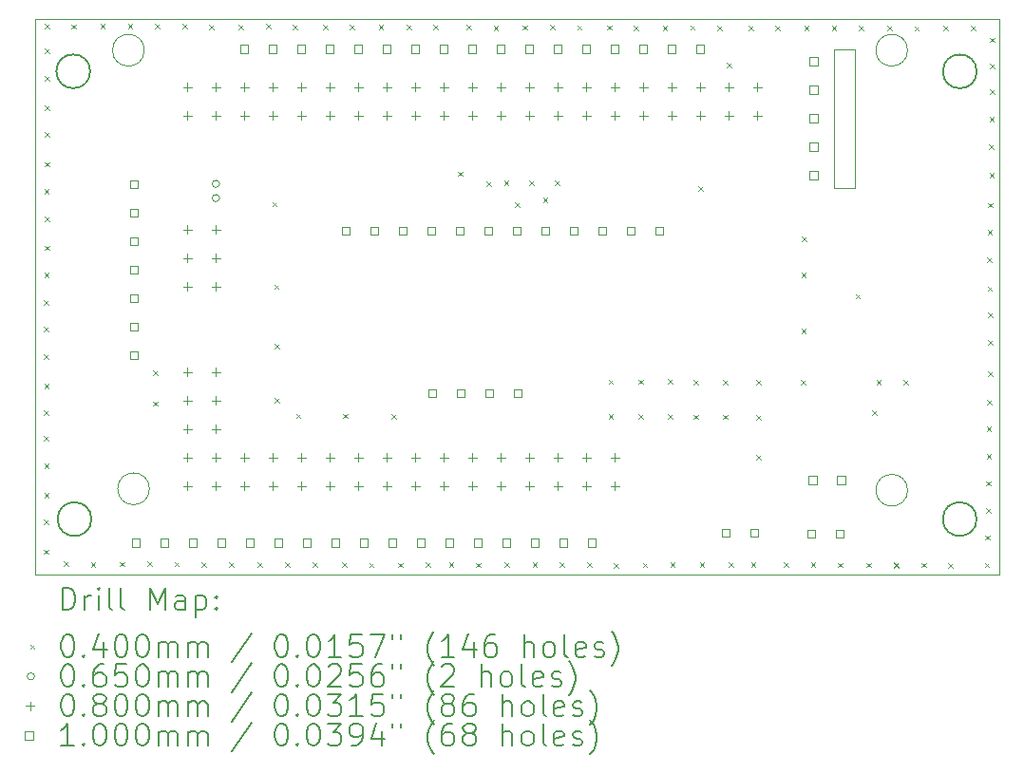
<source format=gbr>
%TF.GenerationSoftware,KiCad,Pcbnew,7.0.1*%
%TF.CreationDate,2024-01-20T13:41:32+00:00*%
%TF.ProjectId,Control_Board,436f6e74-726f-46c5-9f42-6f6172642e6b,rev?*%
%TF.SameCoordinates,Original*%
%TF.FileFunction,Drillmap*%
%TF.FilePolarity,Positive*%
%FSLAX45Y45*%
G04 Gerber Fmt 4.5, Leading zero omitted, Abs format (unit mm)*
G04 Created by KiCad (PCBNEW 7.0.1) date 2024-01-20 13:41:32*
%MOMM*%
%LPD*%
G01*
G04 APERTURE LIST*
%ADD10C,0.200000*%
%ADD11C,0.100000*%
%ADD12C,0.040000*%
%ADD13C,0.065000*%
%ADD14C,0.080000*%
G04 APERTURE END LIST*
D10*
X17448541Y-8236000D02*
G75*
G03*
X17448541Y-8236000I-150541J0D01*
G01*
D11*
X16180000Y-8037000D02*
X16360000Y-8037000D01*
X16360000Y-9277000D01*
X16180000Y-9277000D01*
X16180000Y-8037000D01*
X16832500Y-8047000D02*
G75*
G03*
X16832500Y-8047000I-141532J0D01*
G01*
X10029032Y-8047000D02*
G75*
G03*
X10029032Y-8047000I-141532J0D01*
G01*
D10*
X9557541Y-12227000D02*
G75*
G03*
X9557541Y-12227000I-150541J0D01*
G01*
X9546541Y-8235000D02*
G75*
G03*
X9546541Y-8235000I-150541J0D01*
G01*
X17447541Y-12227000D02*
G75*
G03*
X17447541Y-12227000I-150541J0D01*
G01*
D11*
X10075000Y-11957000D02*
G75*
G03*
X10075000Y-11957000I-141532J0D01*
G01*
X16833000Y-11969500D02*
G75*
G03*
X16833000Y-11969500I-141532J0D01*
G01*
X9056000Y-7769500D02*
X17653000Y-7769500D01*
X17653000Y-12719500D01*
X9056000Y-12719500D01*
X9056000Y-7769500D01*
D10*
D12*
X9133000Y-10515000D02*
X9173000Y-10555000D01*
X9173000Y-10515000D02*
X9133000Y-10555000D01*
X9133000Y-11259000D02*
X9173000Y-11299000D01*
X9173000Y-11259000D02*
X9133000Y-11299000D01*
X9134000Y-11488000D02*
X9174000Y-11528000D01*
X9174000Y-11488000D02*
X9134000Y-11528000D01*
X9134000Y-12232000D02*
X9174000Y-12272000D01*
X9174000Y-12232000D02*
X9134000Y-12272000D01*
X9134000Y-12498000D02*
X9174000Y-12538000D01*
X9174000Y-12498000D02*
X9134000Y-12538000D01*
X9136000Y-10273000D02*
X9176000Y-10313000D01*
X9176000Y-10273000D02*
X9136000Y-10313000D01*
X9136000Y-10761000D02*
X9176000Y-10801000D01*
X9176000Y-10761000D02*
X9136000Y-10801000D01*
X9137000Y-9286000D02*
X9177000Y-9326000D01*
X9177000Y-9286000D02*
X9137000Y-9326000D01*
X9137000Y-10030000D02*
X9177000Y-10070000D01*
X9177000Y-10030000D02*
X9137000Y-10070000D01*
X9137000Y-11734000D02*
X9177000Y-11774000D01*
X9177000Y-11734000D02*
X9137000Y-11774000D01*
X9138000Y-11019000D02*
X9178000Y-11059000D01*
X9178000Y-11019000D02*
X9138000Y-11059000D01*
X9139000Y-11992000D02*
X9179000Y-12032000D01*
X9179000Y-11992000D02*
X9139000Y-12032000D01*
X9140000Y-7811000D02*
X9180000Y-7851000D01*
X9180000Y-7811000D02*
X9140000Y-7851000D01*
X9140000Y-8034000D02*
X9180000Y-8074000D01*
X9180000Y-8034000D02*
X9140000Y-8074000D01*
X9140000Y-8778000D02*
X9180000Y-8818000D01*
X9180000Y-8778000D02*
X9140000Y-8818000D01*
X9140000Y-9044000D02*
X9180000Y-9084000D01*
X9180000Y-9044000D02*
X9140000Y-9084000D01*
X9140000Y-9532000D02*
X9180000Y-9572000D01*
X9180000Y-9532000D02*
X9140000Y-9572000D01*
X9142000Y-9790000D02*
X9182000Y-9830000D01*
X9182000Y-9790000D02*
X9142000Y-9830000D01*
X9143000Y-8280000D02*
X9183000Y-8320000D01*
X9183000Y-8280000D02*
X9143000Y-8320000D01*
X9145000Y-8538000D02*
X9185000Y-8578000D01*
X9185000Y-8538000D02*
X9145000Y-8578000D01*
X9313000Y-12606000D02*
X9353000Y-12646000D01*
X9353000Y-12606000D02*
X9313000Y-12646000D01*
X9380000Y-7816000D02*
X9420000Y-7856000D01*
X9420000Y-7816000D02*
X9380000Y-7856000D01*
X9553000Y-12611000D02*
X9593000Y-12651000D01*
X9593000Y-12611000D02*
X9553000Y-12651000D01*
X9638000Y-7814000D02*
X9678000Y-7854000D01*
X9678000Y-7814000D02*
X9638000Y-7854000D01*
X9811000Y-12609000D02*
X9851000Y-12649000D01*
X9851000Y-12609000D02*
X9811000Y-12649000D01*
X9884000Y-7811000D02*
X9924000Y-7851000D01*
X9924000Y-7811000D02*
X9884000Y-7851000D01*
X10057000Y-12606000D02*
X10097000Y-12646000D01*
X10097000Y-12606000D02*
X10057000Y-12646000D01*
X10105000Y-11177000D02*
X10145000Y-11217000D01*
X10145000Y-11177000D02*
X10105000Y-11217000D01*
X10106000Y-10902000D02*
X10146000Y-10942000D01*
X10146000Y-10902000D02*
X10106000Y-10942000D01*
X10126000Y-7814000D02*
X10166000Y-7854000D01*
X10166000Y-7814000D02*
X10126000Y-7854000D01*
X10299000Y-12609000D02*
X10339000Y-12649000D01*
X10339000Y-12609000D02*
X10299000Y-12649000D01*
X10369000Y-7815000D02*
X10409000Y-7855000D01*
X10409000Y-7815000D02*
X10369000Y-7855000D01*
X10542000Y-12610000D02*
X10582000Y-12650000D01*
X10582000Y-12610000D02*
X10542000Y-12650000D01*
X10609000Y-7820000D02*
X10649000Y-7860000D01*
X10649000Y-7820000D02*
X10609000Y-7860000D01*
X10782000Y-12615000D02*
X10822000Y-12655000D01*
X10822000Y-12615000D02*
X10782000Y-12655000D01*
X10867000Y-7818000D02*
X10907000Y-7858000D01*
X10907000Y-7818000D02*
X10867000Y-7858000D01*
X11040000Y-12613000D02*
X11080000Y-12653000D01*
X11080000Y-12613000D02*
X11040000Y-12653000D01*
X11113000Y-7815000D02*
X11153000Y-7855000D01*
X11153000Y-7815000D02*
X11113000Y-7855000D01*
X11171000Y-9400000D02*
X11211000Y-9440000D01*
X11211000Y-9400000D02*
X11171000Y-9440000D01*
X11188000Y-10135000D02*
X11228000Y-10175000D01*
X11228000Y-10135000D02*
X11188000Y-10175000D01*
X11190000Y-11146000D02*
X11230000Y-11186000D01*
X11230000Y-11146000D02*
X11190000Y-11186000D01*
X11193000Y-10667000D02*
X11233000Y-10707000D01*
X11233000Y-10667000D02*
X11193000Y-10707000D01*
X11286000Y-12610000D02*
X11326000Y-12650000D01*
X11326000Y-12610000D02*
X11286000Y-12650000D01*
X11355000Y-7818000D02*
X11395000Y-7858000D01*
X11395000Y-7818000D02*
X11355000Y-7858000D01*
X11381000Y-11287000D02*
X11421000Y-11327000D01*
X11421000Y-11287000D02*
X11381000Y-11327000D01*
X11528000Y-12613000D02*
X11568000Y-12653000D01*
X11568000Y-12613000D02*
X11528000Y-12653000D01*
X11621000Y-7818000D02*
X11661000Y-7858000D01*
X11661000Y-7818000D02*
X11621000Y-7858000D01*
X11794000Y-12613000D02*
X11834000Y-12653000D01*
X11834000Y-12613000D02*
X11794000Y-12653000D01*
X11798000Y-11287000D02*
X11838000Y-11327000D01*
X11838000Y-11287000D02*
X11798000Y-11327000D01*
X11861000Y-7823000D02*
X11901000Y-7863000D01*
X11901000Y-7823000D02*
X11861000Y-7863000D01*
X12034000Y-12618000D02*
X12074000Y-12658000D01*
X12074000Y-12618000D02*
X12034000Y-12658000D01*
X12119000Y-7821000D02*
X12159000Y-7861000D01*
X12159000Y-7821000D02*
X12119000Y-7861000D01*
X12231000Y-11292000D02*
X12271000Y-11332000D01*
X12271000Y-11292000D02*
X12231000Y-11332000D01*
X12292000Y-12616000D02*
X12332000Y-12656000D01*
X12332000Y-12616000D02*
X12292000Y-12656000D01*
X12365000Y-7818000D02*
X12405000Y-7858000D01*
X12405000Y-7818000D02*
X12365000Y-7858000D01*
X12538000Y-12613000D02*
X12578000Y-12653000D01*
X12578000Y-12613000D02*
X12538000Y-12653000D01*
X12607000Y-7821000D02*
X12647000Y-7861000D01*
X12647000Y-7821000D02*
X12607000Y-7861000D01*
X12745000Y-12611000D02*
X12785000Y-12651000D01*
X12785000Y-12611000D02*
X12745000Y-12651000D01*
X12826000Y-9128500D02*
X12866000Y-9168500D01*
X12866000Y-9128500D02*
X12826000Y-9168500D01*
X12902000Y-7822000D02*
X12942000Y-7862000D01*
X12942000Y-7822000D02*
X12902000Y-7862000D01*
X12985000Y-12616000D02*
X13025000Y-12656000D01*
X13025000Y-12616000D02*
X12985000Y-12656000D01*
X13079968Y-9215500D02*
X13119968Y-9255500D01*
X13119968Y-9215500D02*
X13079968Y-9255500D01*
X13142000Y-7827000D02*
X13182000Y-7867000D01*
X13182000Y-7827000D02*
X13142000Y-7867000D01*
X13235000Y-9208500D02*
X13275000Y-9248500D01*
X13275000Y-9208500D02*
X13235000Y-9248500D01*
X13243000Y-12614000D02*
X13283000Y-12654000D01*
X13283000Y-12614000D02*
X13243000Y-12654000D01*
X13333968Y-9403450D02*
X13373968Y-9443450D01*
X13373968Y-9403450D02*
X13333968Y-9443450D01*
X13400000Y-7825000D02*
X13440000Y-7865000D01*
X13440000Y-7825000D02*
X13400000Y-7865000D01*
X13460000Y-9208500D02*
X13500000Y-9248500D01*
X13500000Y-9208500D02*
X13460000Y-9248500D01*
X13489000Y-12611000D02*
X13529000Y-12651000D01*
X13529000Y-12611000D02*
X13489000Y-12651000D01*
X13584000Y-9358500D02*
X13624000Y-9398500D01*
X13624000Y-9358500D02*
X13584000Y-9398500D01*
X13646000Y-7822000D02*
X13686000Y-7862000D01*
X13686000Y-7822000D02*
X13646000Y-7862000D01*
X13691500Y-9209500D02*
X13731500Y-9249500D01*
X13731500Y-9209500D02*
X13691500Y-9249500D01*
X13731000Y-12614000D02*
X13771000Y-12654000D01*
X13771000Y-12614000D02*
X13731000Y-12654000D01*
X13888000Y-7825000D02*
X13928000Y-7865000D01*
X13928000Y-7825000D02*
X13888000Y-7865000D01*
X13974000Y-12615000D02*
X14014000Y-12655000D01*
X14014000Y-12615000D02*
X13974000Y-12655000D01*
X14152000Y-7824000D02*
X14192000Y-7864000D01*
X14192000Y-7824000D02*
X14152000Y-7864000D01*
X14167000Y-10982000D02*
X14207000Y-11022000D01*
X14207000Y-10982000D02*
X14167000Y-11022000D01*
X14167000Y-11292000D02*
X14207000Y-11332000D01*
X14207000Y-11292000D02*
X14167000Y-11332000D01*
X14214000Y-12620000D02*
X14254000Y-12660000D01*
X14254000Y-12620000D02*
X14214000Y-12660000D01*
X14392000Y-7829000D02*
X14432000Y-7869000D01*
X14432000Y-7829000D02*
X14392000Y-7869000D01*
X14433000Y-10983000D02*
X14473000Y-11023000D01*
X14473000Y-10983000D02*
X14433000Y-11023000D01*
X14433000Y-11293000D02*
X14473000Y-11333000D01*
X14473000Y-11293000D02*
X14433000Y-11333000D01*
X14472000Y-12618000D02*
X14512000Y-12658000D01*
X14512000Y-12618000D02*
X14472000Y-12658000D01*
X14650000Y-7827000D02*
X14690000Y-7867000D01*
X14690000Y-7827000D02*
X14650000Y-7867000D01*
X14698000Y-10980000D02*
X14738000Y-11020000D01*
X14738000Y-10980000D02*
X14698000Y-11020000D01*
X14698000Y-11290000D02*
X14738000Y-11330000D01*
X14738000Y-11290000D02*
X14698000Y-11330000D01*
X14718000Y-12615000D02*
X14758000Y-12655000D01*
X14758000Y-12615000D02*
X14718000Y-12655000D01*
X14896000Y-7824000D02*
X14936000Y-7864000D01*
X14936000Y-7824000D02*
X14896000Y-7864000D01*
X14922000Y-10985000D02*
X14962000Y-11025000D01*
X14962000Y-10985000D02*
X14922000Y-11025000D01*
X14922000Y-11295000D02*
X14962000Y-11335000D01*
X14962000Y-11295000D02*
X14922000Y-11335000D01*
X14970000Y-9261000D02*
X15010000Y-9301000D01*
X15010000Y-9261000D02*
X14970000Y-9301000D01*
X14981000Y-12614000D02*
X15021000Y-12654000D01*
X15021000Y-12614000D02*
X14981000Y-12654000D01*
X15138000Y-7827000D02*
X15178000Y-7867000D01*
X15178000Y-7827000D02*
X15138000Y-7867000D01*
X15188000Y-10986000D02*
X15228000Y-11026000D01*
X15228000Y-10986000D02*
X15188000Y-11026000D01*
X15188000Y-11296000D02*
X15228000Y-11336000D01*
X15228000Y-11296000D02*
X15188000Y-11336000D01*
X15221000Y-8159000D02*
X15261000Y-8199000D01*
X15261000Y-8159000D02*
X15221000Y-8199000D01*
X15239000Y-12612000D02*
X15279000Y-12652000D01*
X15279000Y-12612000D02*
X15239000Y-12652000D01*
X15413000Y-7827000D02*
X15453000Y-7867000D01*
X15453000Y-7827000D02*
X15413000Y-7867000D01*
X15437000Y-12611000D02*
X15477000Y-12651000D01*
X15477000Y-12611000D02*
X15437000Y-12651000D01*
X15481000Y-10989000D02*
X15521000Y-11029000D01*
X15521000Y-10989000D02*
X15481000Y-11029000D01*
X15481000Y-11299000D02*
X15521000Y-11339000D01*
X15521000Y-11299000D02*
X15481000Y-11339000D01*
X15482000Y-11655000D02*
X15522000Y-11695000D01*
X15522000Y-11655000D02*
X15482000Y-11695000D01*
X15653000Y-7832000D02*
X15693000Y-7872000D01*
X15693000Y-7832000D02*
X15653000Y-7872000D01*
X15727000Y-12612000D02*
X15767000Y-12652000D01*
X15767000Y-12612000D02*
X15727000Y-12652000D01*
X15883000Y-10989000D02*
X15923000Y-11029000D01*
X15923000Y-10989000D02*
X15883000Y-11029000D01*
X15886000Y-10031000D02*
X15926000Y-10071000D01*
X15926000Y-10031000D02*
X15886000Y-10071000D01*
X15886000Y-10527000D02*
X15926000Y-10567000D01*
X15926000Y-10527000D02*
X15886000Y-10567000D01*
X15888000Y-9708000D02*
X15928000Y-9748000D01*
X15928000Y-9708000D02*
X15888000Y-9748000D01*
X15911000Y-7830000D02*
X15951000Y-7870000D01*
X15951000Y-7830000D02*
X15911000Y-7870000D01*
X15970000Y-12613000D02*
X16010000Y-12653000D01*
X16010000Y-12613000D02*
X15970000Y-12653000D01*
X16157000Y-7827000D02*
X16197000Y-7867000D01*
X16197000Y-7827000D02*
X16157000Y-7867000D01*
X16210000Y-12618000D02*
X16250000Y-12658000D01*
X16250000Y-12618000D02*
X16210000Y-12658000D01*
X16369000Y-10221000D02*
X16409000Y-10261000D01*
X16409000Y-10221000D02*
X16369000Y-10261000D01*
X16399000Y-7830000D02*
X16439000Y-7870000D01*
X16439000Y-7830000D02*
X16399000Y-7870000D01*
X16468000Y-12616000D02*
X16508000Y-12656000D01*
X16508000Y-12616000D02*
X16468000Y-12656000D01*
X16514000Y-11257000D02*
X16554000Y-11297000D01*
X16554000Y-11257000D02*
X16514000Y-11297000D01*
X16554000Y-10990000D02*
X16594000Y-11030000D01*
X16594000Y-10990000D02*
X16554000Y-11030000D01*
X16653000Y-7828000D02*
X16693000Y-7868000D01*
X16693000Y-7828000D02*
X16653000Y-7868000D01*
X16709000Y-12621000D02*
X16749000Y-12661000D01*
X16749000Y-12621000D02*
X16709000Y-12661000D01*
X16714000Y-12613000D02*
X16754000Y-12653000D01*
X16754000Y-12613000D02*
X16714000Y-12653000D01*
X16794000Y-10989000D02*
X16834000Y-11029000D01*
X16834000Y-10989000D02*
X16794000Y-11029000D01*
X16893000Y-7833000D02*
X16933000Y-7873000D01*
X16933000Y-7833000D02*
X16893000Y-7873000D01*
X16955000Y-12618000D02*
X16995000Y-12658000D01*
X16995000Y-12618000D02*
X16955000Y-12658000D01*
X17151000Y-7831000D02*
X17191000Y-7871000D01*
X17191000Y-7831000D02*
X17151000Y-7871000D01*
X17197000Y-12621000D02*
X17237000Y-12661000D01*
X17237000Y-12621000D02*
X17197000Y-12661000D01*
X17397000Y-7828000D02*
X17437000Y-7868000D01*
X17437000Y-7828000D02*
X17397000Y-7868000D01*
X17521000Y-12617000D02*
X17561000Y-12657000D01*
X17561000Y-12617000D02*
X17521000Y-12657000D01*
X17526000Y-12371000D02*
X17566000Y-12411000D01*
X17566000Y-12371000D02*
X17526000Y-12411000D01*
X17531000Y-12131000D02*
X17571000Y-12171000D01*
X17571000Y-12131000D02*
X17531000Y-12171000D01*
X17534000Y-11889000D02*
X17574000Y-11929000D01*
X17574000Y-11889000D02*
X17534000Y-11929000D01*
X17537000Y-11647000D02*
X17577000Y-11687000D01*
X17577000Y-11647000D02*
X17537000Y-11687000D01*
X17538000Y-11404000D02*
X17578000Y-11444000D01*
X17578000Y-11404000D02*
X17538000Y-11444000D01*
X17543000Y-11164000D02*
X17583000Y-11204000D01*
X17583000Y-11164000D02*
X17543000Y-11204000D01*
X17544000Y-9894000D02*
X17584000Y-9934000D01*
X17584000Y-9894000D02*
X17544000Y-9934000D01*
X17546000Y-9649000D02*
X17586000Y-9689000D01*
X17586000Y-9649000D02*
X17546000Y-9689000D01*
X17546000Y-10152000D02*
X17586000Y-10192000D01*
X17586000Y-10152000D02*
X17546000Y-10192000D01*
X17547000Y-10910000D02*
X17587000Y-10950000D01*
X17587000Y-10910000D02*
X17547000Y-10950000D01*
X17549000Y-9407000D02*
X17589000Y-9447000D01*
X17589000Y-9407000D02*
X17549000Y-9447000D01*
X17549000Y-10384000D02*
X17589000Y-10424000D01*
X17589000Y-10384000D02*
X17549000Y-10424000D01*
X17552000Y-10630000D02*
X17592000Y-10670000D01*
X17592000Y-10630000D02*
X17552000Y-10670000D01*
X17560000Y-8886000D02*
X17600000Y-8926000D01*
X17600000Y-8886000D02*
X17560000Y-8926000D01*
X17562000Y-8641000D02*
X17602000Y-8681000D01*
X17602000Y-8641000D02*
X17562000Y-8681000D01*
X17562000Y-9144000D02*
X17602000Y-9184000D01*
X17602000Y-9144000D02*
X17562000Y-9184000D01*
X17565000Y-8168000D02*
X17605000Y-8208000D01*
X17605000Y-8168000D02*
X17565000Y-8208000D01*
X17565000Y-8399000D02*
X17605000Y-8439000D01*
X17605000Y-8399000D02*
X17565000Y-8439000D01*
X17566000Y-7935000D02*
X17606000Y-7975000D01*
X17606000Y-7935000D02*
X17566000Y-7975000D01*
D13*
X10700000Y-9238000D02*
G75*
G03*
X10700000Y-9238000I-32500J0D01*
G01*
X10700000Y-9365000D02*
G75*
G03*
X10700000Y-9365000I-32500J0D01*
G01*
D14*
X10413468Y-8334000D02*
X10413468Y-8414000D01*
X10373468Y-8374000D02*
X10453468Y-8374000D01*
X10413468Y-8588000D02*
X10413468Y-8668000D01*
X10373468Y-8628000D02*
X10453468Y-8628000D01*
X10413468Y-9604000D02*
X10413468Y-9684000D01*
X10373468Y-9644000D02*
X10453468Y-9644000D01*
X10413468Y-9858000D02*
X10413468Y-9938000D01*
X10373468Y-9898000D02*
X10453468Y-9898000D01*
X10413468Y-10112000D02*
X10413468Y-10192000D01*
X10373468Y-10152000D02*
X10453468Y-10152000D01*
X10413468Y-10874000D02*
X10413468Y-10954000D01*
X10373468Y-10914000D02*
X10453468Y-10914000D01*
X10413468Y-11128000D02*
X10413468Y-11208000D01*
X10373468Y-11168000D02*
X10453468Y-11168000D01*
X10413468Y-11382000D02*
X10413468Y-11462000D01*
X10373468Y-11422000D02*
X10453468Y-11422000D01*
X10413468Y-11636000D02*
X10413468Y-11716000D01*
X10373468Y-11676000D02*
X10453468Y-11676000D01*
X10413468Y-11890000D02*
X10413468Y-11970000D01*
X10373468Y-11930000D02*
X10453468Y-11930000D01*
X10667468Y-8334000D02*
X10667468Y-8414000D01*
X10627468Y-8374000D02*
X10707468Y-8374000D01*
X10667468Y-8588000D02*
X10667468Y-8668000D01*
X10627468Y-8628000D02*
X10707468Y-8628000D01*
X10667468Y-9604000D02*
X10667468Y-9684000D01*
X10627468Y-9644000D02*
X10707468Y-9644000D01*
X10667468Y-9858000D02*
X10667468Y-9938000D01*
X10627468Y-9898000D02*
X10707468Y-9898000D01*
X10667468Y-10112000D02*
X10667468Y-10192000D01*
X10627468Y-10152000D02*
X10707468Y-10152000D01*
X10667468Y-10874000D02*
X10667468Y-10954000D01*
X10627468Y-10914000D02*
X10707468Y-10914000D01*
X10667468Y-11128000D02*
X10667468Y-11208000D01*
X10627468Y-11168000D02*
X10707468Y-11168000D01*
X10667468Y-11382000D02*
X10667468Y-11462000D01*
X10627468Y-11422000D02*
X10707468Y-11422000D01*
X10667468Y-11636000D02*
X10667468Y-11716000D01*
X10627468Y-11676000D02*
X10707468Y-11676000D01*
X10667468Y-11890000D02*
X10667468Y-11970000D01*
X10627468Y-11930000D02*
X10707468Y-11930000D01*
X10921468Y-8334000D02*
X10921468Y-8414000D01*
X10881468Y-8374000D02*
X10961468Y-8374000D01*
X10921468Y-8588000D02*
X10921468Y-8668000D01*
X10881468Y-8628000D02*
X10961468Y-8628000D01*
X10921468Y-11636000D02*
X10921468Y-11716000D01*
X10881468Y-11676000D02*
X10961468Y-11676000D01*
X10921468Y-11890000D02*
X10921468Y-11970000D01*
X10881468Y-11930000D02*
X10961468Y-11930000D01*
X11175468Y-8334000D02*
X11175468Y-8414000D01*
X11135468Y-8374000D02*
X11215468Y-8374000D01*
X11175468Y-8588000D02*
X11175468Y-8668000D01*
X11135468Y-8628000D02*
X11215468Y-8628000D01*
X11175468Y-11636000D02*
X11175468Y-11716000D01*
X11135468Y-11676000D02*
X11215468Y-11676000D01*
X11175468Y-11890000D02*
X11175468Y-11970000D01*
X11135468Y-11930000D02*
X11215468Y-11930000D01*
X11429468Y-8334000D02*
X11429468Y-8414000D01*
X11389468Y-8374000D02*
X11469468Y-8374000D01*
X11429468Y-8588000D02*
X11429468Y-8668000D01*
X11389468Y-8628000D02*
X11469468Y-8628000D01*
X11429468Y-11636000D02*
X11429468Y-11716000D01*
X11389468Y-11676000D02*
X11469468Y-11676000D01*
X11429468Y-11890000D02*
X11429468Y-11970000D01*
X11389468Y-11930000D02*
X11469468Y-11930000D01*
X11683468Y-8334000D02*
X11683468Y-8414000D01*
X11643468Y-8374000D02*
X11723468Y-8374000D01*
X11683468Y-8588000D02*
X11683468Y-8668000D01*
X11643468Y-8628000D02*
X11723468Y-8628000D01*
X11683468Y-11636000D02*
X11683468Y-11716000D01*
X11643468Y-11676000D02*
X11723468Y-11676000D01*
X11683468Y-11890000D02*
X11683468Y-11970000D01*
X11643468Y-11930000D02*
X11723468Y-11930000D01*
X11937468Y-8334000D02*
X11937468Y-8414000D01*
X11897468Y-8374000D02*
X11977468Y-8374000D01*
X11937468Y-8588000D02*
X11937468Y-8668000D01*
X11897468Y-8628000D02*
X11977468Y-8628000D01*
X11937468Y-11636000D02*
X11937468Y-11716000D01*
X11897468Y-11676000D02*
X11977468Y-11676000D01*
X11937468Y-11890000D02*
X11937468Y-11970000D01*
X11897468Y-11930000D02*
X11977468Y-11930000D01*
X12191468Y-8334000D02*
X12191468Y-8414000D01*
X12151468Y-8374000D02*
X12231468Y-8374000D01*
X12191468Y-8588000D02*
X12191468Y-8668000D01*
X12151468Y-8628000D02*
X12231468Y-8628000D01*
X12191468Y-11636000D02*
X12191468Y-11716000D01*
X12151468Y-11676000D02*
X12231468Y-11676000D01*
X12191468Y-11890000D02*
X12191468Y-11970000D01*
X12151468Y-11930000D02*
X12231468Y-11930000D01*
X12445468Y-8334000D02*
X12445468Y-8414000D01*
X12405468Y-8374000D02*
X12485468Y-8374000D01*
X12445468Y-8588000D02*
X12445468Y-8668000D01*
X12405468Y-8628000D02*
X12485468Y-8628000D01*
X12445468Y-11636000D02*
X12445468Y-11716000D01*
X12405468Y-11676000D02*
X12485468Y-11676000D01*
X12445468Y-11890000D02*
X12445468Y-11970000D01*
X12405468Y-11930000D02*
X12485468Y-11930000D01*
X12699468Y-8334000D02*
X12699468Y-8414000D01*
X12659468Y-8374000D02*
X12739468Y-8374000D01*
X12699468Y-8588000D02*
X12699468Y-8668000D01*
X12659468Y-8628000D02*
X12739468Y-8628000D01*
X12699468Y-11636000D02*
X12699468Y-11716000D01*
X12659468Y-11676000D02*
X12739468Y-11676000D01*
X12699468Y-11890000D02*
X12699468Y-11970000D01*
X12659468Y-11930000D02*
X12739468Y-11930000D01*
X12953468Y-8334000D02*
X12953468Y-8414000D01*
X12913468Y-8374000D02*
X12993468Y-8374000D01*
X12953468Y-8588000D02*
X12953468Y-8668000D01*
X12913468Y-8628000D02*
X12993468Y-8628000D01*
X12953468Y-11636000D02*
X12953468Y-11716000D01*
X12913468Y-11676000D02*
X12993468Y-11676000D01*
X12953468Y-11890000D02*
X12953468Y-11970000D01*
X12913468Y-11930000D02*
X12993468Y-11930000D01*
X13207468Y-8334000D02*
X13207468Y-8414000D01*
X13167468Y-8374000D02*
X13247468Y-8374000D01*
X13207468Y-8588000D02*
X13207468Y-8668000D01*
X13167468Y-8628000D02*
X13247468Y-8628000D01*
X13207468Y-11636000D02*
X13207468Y-11716000D01*
X13167468Y-11676000D02*
X13247468Y-11676000D01*
X13207468Y-11890000D02*
X13207468Y-11970000D01*
X13167468Y-11930000D02*
X13247468Y-11930000D01*
X13461468Y-8334000D02*
X13461468Y-8414000D01*
X13421468Y-8374000D02*
X13501468Y-8374000D01*
X13461468Y-8588000D02*
X13461468Y-8668000D01*
X13421468Y-8628000D02*
X13501468Y-8628000D01*
X13461468Y-11636000D02*
X13461468Y-11716000D01*
X13421468Y-11676000D02*
X13501468Y-11676000D01*
X13461468Y-11890000D02*
X13461468Y-11970000D01*
X13421468Y-11930000D02*
X13501468Y-11930000D01*
X13715468Y-8334000D02*
X13715468Y-8414000D01*
X13675468Y-8374000D02*
X13755468Y-8374000D01*
X13715468Y-8588000D02*
X13715468Y-8668000D01*
X13675468Y-8628000D02*
X13755468Y-8628000D01*
X13715468Y-11636000D02*
X13715468Y-11716000D01*
X13675468Y-11676000D02*
X13755468Y-11676000D01*
X13715468Y-11890000D02*
X13715468Y-11970000D01*
X13675468Y-11930000D02*
X13755468Y-11930000D01*
X13969468Y-8334000D02*
X13969468Y-8414000D01*
X13929468Y-8374000D02*
X14009468Y-8374000D01*
X13969468Y-8588000D02*
X13969468Y-8668000D01*
X13929468Y-8628000D02*
X14009468Y-8628000D01*
X13969468Y-11636000D02*
X13969468Y-11716000D01*
X13929468Y-11676000D02*
X14009468Y-11676000D01*
X13969468Y-11890000D02*
X13969468Y-11970000D01*
X13929468Y-11930000D02*
X14009468Y-11930000D01*
X14223468Y-8334000D02*
X14223468Y-8414000D01*
X14183468Y-8374000D02*
X14263468Y-8374000D01*
X14223468Y-8588000D02*
X14223468Y-8668000D01*
X14183468Y-8628000D02*
X14263468Y-8628000D01*
X14223468Y-11636000D02*
X14223468Y-11716000D01*
X14183468Y-11676000D02*
X14263468Y-11676000D01*
X14223468Y-11890000D02*
X14223468Y-11970000D01*
X14183468Y-11930000D02*
X14263468Y-11930000D01*
X14477468Y-8334000D02*
X14477468Y-8414000D01*
X14437468Y-8374000D02*
X14517468Y-8374000D01*
X14477468Y-8588000D02*
X14477468Y-8668000D01*
X14437468Y-8628000D02*
X14517468Y-8628000D01*
X14731468Y-8334000D02*
X14731468Y-8414000D01*
X14691468Y-8374000D02*
X14771468Y-8374000D01*
X14731468Y-8588000D02*
X14731468Y-8668000D01*
X14691468Y-8628000D02*
X14771468Y-8628000D01*
X14985468Y-8334000D02*
X14985468Y-8414000D01*
X14945468Y-8374000D02*
X15025468Y-8374000D01*
X14985468Y-8588000D02*
X14985468Y-8668000D01*
X14945468Y-8628000D02*
X15025468Y-8628000D01*
X15239468Y-8334000D02*
X15239468Y-8414000D01*
X15199468Y-8374000D02*
X15279468Y-8374000D01*
X15239468Y-8588000D02*
X15239468Y-8668000D01*
X15199468Y-8628000D02*
X15279468Y-8628000D01*
X15493468Y-8334000D02*
X15493468Y-8414000D01*
X15453468Y-8374000D02*
X15533468Y-8374000D01*
X15493468Y-8588000D02*
X15493468Y-8668000D01*
X15453468Y-8628000D02*
X15533468Y-8628000D01*
D11*
X9973824Y-9274856D02*
X9973824Y-9204144D01*
X9903113Y-9204144D01*
X9903113Y-9274856D01*
X9973824Y-9274856D01*
X9973824Y-9528856D02*
X9973824Y-9458144D01*
X9903113Y-9458144D01*
X9903113Y-9528856D01*
X9973824Y-9528856D01*
X9973824Y-9782856D02*
X9973824Y-9712144D01*
X9903113Y-9712144D01*
X9903113Y-9782856D01*
X9973824Y-9782856D01*
X9973824Y-10036856D02*
X9973824Y-9966144D01*
X9903113Y-9966144D01*
X9903113Y-10036856D01*
X9973824Y-10036856D01*
X9973824Y-10290856D02*
X9973824Y-10220144D01*
X9903113Y-10220144D01*
X9903113Y-10290856D01*
X9973824Y-10290856D01*
X9973824Y-10544856D02*
X9973824Y-10474144D01*
X9903113Y-10474144D01*
X9903113Y-10544856D01*
X9973824Y-10544856D01*
X9973824Y-10798856D02*
X9973824Y-10728144D01*
X9903113Y-10728144D01*
X9903113Y-10798856D01*
X9973824Y-10798856D01*
X9989356Y-12472356D02*
X9989356Y-12401644D01*
X9918644Y-12401644D01*
X9918644Y-12472356D01*
X9989356Y-12472356D01*
X10243356Y-12472356D02*
X10243356Y-12401644D01*
X10172644Y-12401644D01*
X10172644Y-12472356D01*
X10243356Y-12472356D01*
X10497356Y-12472356D02*
X10497356Y-12401644D01*
X10426644Y-12401644D01*
X10426644Y-12472356D01*
X10497356Y-12472356D01*
X10751356Y-12472356D02*
X10751356Y-12401644D01*
X10680644Y-12401644D01*
X10680644Y-12472356D01*
X10751356Y-12472356D01*
X10955356Y-8070356D02*
X10955356Y-7999644D01*
X10884644Y-7999644D01*
X10884644Y-8070356D01*
X10955356Y-8070356D01*
X11005356Y-12472356D02*
X11005356Y-12401644D01*
X10934644Y-12401644D01*
X10934644Y-12472356D01*
X11005356Y-12472356D01*
X11209356Y-8070356D02*
X11209356Y-7999644D01*
X11138644Y-7999644D01*
X11138644Y-8070356D01*
X11209356Y-8070356D01*
X11259356Y-12472356D02*
X11259356Y-12401644D01*
X11188644Y-12401644D01*
X11188644Y-12472356D01*
X11259356Y-12472356D01*
X11463356Y-8070356D02*
X11463356Y-7999644D01*
X11392644Y-7999644D01*
X11392644Y-8070356D01*
X11463356Y-8070356D01*
X11513356Y-12472356D02*
X11513356Y-12401644D01*
X11442644Y-12401644D01*
X11442644Y-12472356D01*
X11513356Y-12472356D01*
X11717356Y-8070356D02*
X11717356Y-7999644D01*
X11646644Y-7999644D01*
X11646644Y-8070356D01*
X11717356Y-8070356D01*
X11767356Y-12472356D02*
X11767356Y-12401644D01*
X11696644Y-12401644D01*
X11696644Y-12472356D01*
X11767356Y-12472356D01*
X11861356Y-9689356D02*
X11861356Y-9618644D01*
X11790644Y-9618644D01*
X11790644Y-9689356D01*
X11861356Y-9689356D01*
X11971356Y-8070356D02*
X11971356Y-7999644D01*
X11900644Y-7999644D01*
X11900644Y-8070356D01*
X11971356Y-8070356D01*
X12021356Y-12472356D02*
X12021356Y-12401644D01*
X11950644Y-12401644D01*
X11950644Y-12472356D01*
X12021356Y-12472356D01*
X12115356Y-9689356D02*
X12115356Y-9618644D01*
X12044644Y-9618644D01*
X12044644Y-9689356D01*
X12115356Y-9689356D01*
X12225356Y-8070356D02*
X12225356Y-7999644D01*
X12154644Y-7999644D01*
X12154644Y-8070356D01*
X12225356Y-8070356D01*
X12275356Y-12472356D02*
X12275356Y-12401644D01*
X12204644Y-12401644D01*
X12204644Y-12472356D01*
X12275356Y-12472356D01*
X12369356Y-9689356D02*
X12369356Y-9618644D01*
X12298644Y-9618644D01*
X12298644Y-9689356D01*
X12369356Y-9689356D01*
X12479356Y-8070356D02*
X12479356Y-7999644D01*
X12408644Y-7999644D01*
X12408644Y-8070356D01*
X12479356Y-8070356D01*
X12529356Y-12472356D02*
X12529356Y-12401644D01*
X12458644Y-12401644D01*
X12458644Y-12472356D01*
X12529356Y-12472356D01*
X12623356Y-9689356D02*
X12623356Y-9618644D01*
X12552644Y-9618644D01*
X12552644Y-9689356D01*
X12623356Y-9689356D01*
X12628356Y-11140356D02*
X12628356Y-11069644D01*
X12557644Y-11069644D01*
X12557644Y-11140356D01*
X12628356Y-11140356D01*
X12733356Y-8070356D02*
X12733356Y-7999644D01*
X12662644Y-7999644D01*
X12662644Y-8070356D01*
X12733356Y-8070356D01*
X12783356Y-12472356D02*
X12783356Y-12401644D01*
X12712644Y-12401644D01*
X12712644Y-12472356D01*
X12783356Y-12472356D01*
X12877356Y-9689356D02*
X12877356Y-9618644D01*
X12806644Y-9618644D01*
X12806644Y-9689356D01*
X12877356Y-9689356D01*
X12882356Y-11140356D02*
X12882356Y-11069644D01*
X12811644Y-11069644D01*
X12811644Y-11140356D01*
X12882356Y-11140356D01*
X12987356Y-8070356D02*
X12987356Y-7999644D01*
X12916644Y-7999644D01*
X12916644Y-8070356D01*
X12987356Y-8070356D01*
X13037356Y-12472356D02*
X13037356Y-12401644D01*
X12966644Y-12401644D01*
X12966644Y-12472356D01*
X13037356Y-12472356D01*
X13131356Y-9689356D02*
X13131356Y-9618644D01*
X13060644Y-9618644D01*
X13060644Y-9689356D01*
X13131356Y-9689356D01*
X13136356Y-11140356D02*
X13136356Y-11069644D01*
X13065644Y-11069644D01*
X13065644Y-11140356D01*
X13136356Y-11140356D01*
X13241356Y-8070356D02*
X13241356Y-7999644D01*
X13170644Y-7999644D01*
X13170644Y-8070356D01*
X13241356Y-8070356D01*
X13291356Y-12472356D02*
X13291356Y-12401644D01*
X13220644Y-12401644D01*
X13220644Y-12472356D01*
X13291356Y-12472356D01*
X13385356Y-9689356D02*
X13385356Y-9618644D01*
X13314644Y-9618644D01*
X13314644Y-9689356D01*
X13385356Y-9689356D01*
X13390356Y-11140356D02*
X13390356Y-11069644D01*
X13319644Y-11069644D01*
X13319644Y-11140356D01*
X13390356Y-11140356D01*
X13495356Y-8070356D02*
X13495356Y-7999644D01*
X13424644Y-7999644D01*
X13424644Y-8070356D01*
X13495356Y-8070356D01*
X13545356Y-12472356D02*
X13545356Y-12401644D01*
X13474644Y-12401644D01*
X13474644Y-12472356D01*
X13545356Y-12472356D01*
X13639356Y-9689356D02*
X13639356Y-9618644D01*
X13568644Y-9618644D01*
X13568644Y-9689356D01*
X13639356Y-9689356D01*
X13749356Y-8070356D02*
X13749356Y-7999644D01*
X13678644Y-7999644D01*
X13678644Y-8070356D01*
X13749356Y-8070356D01*
X13799356Y-12472356D02*
X13799356Y-12401644D01*
X13728644Y-12401644D01*
X13728644Y-12472356D01*
X13799356Y-12472356D01*
X13893356Y-9689356D02*
X13893356Y-9618644D01*
X13822644Y-9618644D01*
X13822644Y-9689356D01*
X13893356Y-9689356D01*
X14003356Y-8070356D02*
X14003356Y-7999644D01*
X13932644Y-7999644D01*
X13932644Y-8070356D01*
X14003356Y-8070356D01*
X14053356Y-12472356D02*
X14053356Y-12401644D01*
X13982644Y-12401644D01*
X13982644Y-12472356D01*
X14053356Y-12472356D01*
X14147356Y-9689356D02*
X14147356Y-9618644D01*
X14076644Y-9618644D01*
X14076644Y-9689356D01*
X14147356Y-9689356D01*
X14257356Y-8070356D02*
X14257356Y-7999644D01*
X14186644Y-7999644D01*
X14186644Y-8070356D01*
X14257356Y-8070356D01*
X14401356Y-9689356D02*
X14401356Y-9618644D01*
X14330644Y-9618644D01*
X14330644Y-9689356D01*
X14401356Y-9689356D01*
X14511356Y-8070356D02*
X14511356Y-7999644D01*
X14440644Y-7999644D01*
X14440644Y-8070356D01*
X14511356Y-8070356D01*
X14655356Y-9689356D02*
X14655356Y-9618644D01*
X14584644Y-9618644D01*
X14584644Y-9689356D01*
X14655356Y-9689356D01*
X14765356Y-8070356D02*
X14765356Y-7999644D01*
X14694644Y-7999644D01*
X14694644Y-8070356D01*
X14765356Y-8070356D01*
X15019356Y-8070356D02*
X15019356Y-7999644D01*
X14948644Y-7999644D01*
X14948644Y-8070356D01*
X15019356Y-8070356D01*
X15249356Y-12381856D02*
X15249356Y-12311144D01*
X15178644Y-12311144D01*
X15178644Y-12381856D01*
X15249356Y-12381856D01*
X15503356Y-12381856D02*
X15503356Y-12311144D01*
X15432644Y-12311144D01*
X15432644Y-12381856D01*
X15503356Y-12381856D01*
X16008356Y-12390356D02*
X16008356Y-12319644D01*
X15937644Y-12319644D01*
X15937644Y-12390356D01*
X16008356Y-12390356D01*
X16022356Y-11914856D02*
X16022356Y-11844144D01*
X15951644Y-11844144D01*
X15951644Y-11914856D01*
X16022356Y-11914856D01*
X16031356Y-8181356D02*
X16031356Y-8110644D01*
X15960644Y-8110644D01*
X15960644Y-8181356D01*
X16031356Y-8181356D01*
X16031356Y-8435356D02*
X16031356Y-8364644D01*
X15960644Y-8364644D01*
X15960644Y-8435356D01*
X16031356Y-8435356D01*
X16031356Y-8689356D02*
X16031356Y-8618644D01*
X15960644Y-8618644D01*
X15960644Y-8689356D01*
X16031356Y-8689356D01*
X16031356Y-8943356D02*
X16031356Y-8872644D01*
X15960644Y-8872644D01*
X15960644Y-8943356D01*
X16031356Y-8943356D01*
X16031356Y-9197356D02*
X16031356Y-9126644D01*
X15960644Y-9126644D01*
X15960644Y-9197356D01*
X16031356Y-9197356D01*
X16262356Y-12390356D02*
X16262356Y-12319644D01*
X16191644Y-12319644D01*
X16191644Y-12390356D01*
X16262356Y-12390356D01*
X16276356Y-11914856D02*
X16276356Y-11844144D01*
X16205644Y-11844144D01*
X16205644Y-11914856D01*
X16276356Y-11914856D01*
D10*
X9298619Y-13037024D02*
X9298619Y-12837024D01*
X9298619Y-12837024D02*
X9346238Y-12837024D01*
X9346238Y-12837024D02*
X9374810Y-12846548D01*
X9374810Y-12846548D02*
X9393857Y-12865595D01*
X9393857Y-12865595D02*
X9403381Y-12884643D01*
X9403381Y-12884643D02*
X9412905Y-12922738D01*
X9412905Y-12922738D02*
X9412905Y-12951309D01*
X9412905Y-12951309D02*
X9403381Y-12989405D01*
X9403381Y-12989405D02*
X9393857Y-13008452D01*
X9393857Y-13008452D02*
X9374810Y-13027500D01*
X9374810Y-13027500D02*
X9346238Y-13037024D01*
X9346238Y-13037024D02*
X9298619Y-13037024D01*
X9498619Y-13037024D02*
X9498619Y-12903690D01*
X9498619Y-12941786D02*
X9508143Y-12922738D01*
X9508143Y-12922738D02*
X9517667Y-12913214D01*
X9517667Y-12913214D02*
X9536714Y-12903690D01*
X9536714Y-12903690D02*
X9555762Y-12903690D01*
X9622429Y-13037024D02*
X9622429Y-12903690D01*
X9622429Y-12837024D02*
X9612905Y-12846548D01*
X9612905Y-12846548D02*
X9622429Y-12856071D01*
X9622429Y-12856071D02*
X9631952Y-12846548D01*
X9631952Y-12846548D02*
X9622429Y-12837024D01*
X9622429Y-12837024D02*
X9622429Y-12856071D01*
X9746238Y-13037024D02*
X9727190Y-13027500D01*
X9727190Y-13027500D02*
X9717667Y-13008452D01*
X9717667Y-13008452D02*
X9717667Y-12837024D01*
X9851000Y-13037024D02*
X9831952Y-13027500D01*
X9831952Y-13027500D02*
X9822429Y-13008452D01*
X9822429Y-13008452D02*
X9822429Y-12837024D01*
X10079571Y-13037024D02*
X10079571Y-12837024D01*
X10079571Y-12837024D02*
X10146238Y-12979881D01*
X10146238Y-12979881D02*
X10212905Y-12837024D01*
X10212905Y-12837024D02*
X10212905Y-13037024D01*
X10393857Y-13037024D02*
X10393857Y-12932262D01*
X10393857Y-12932262D02*
X10384333Y-12913214D01*
X10384333Y-12913214D02*
X10365286Y-12903690D01*
X10365286Y-12903690D02*
X10327190Y-12903690D01*
X10327190Y-12903690D02*
X10308143Y-12913214D01*
X10393857Y-13027500D02*
X10374810Y-13037024D01*
X10374810Y-13037024D02*
X10327190Y-13037024D01*
X10327190Y-13037024D02*
X10308143Y-13027500D01*
X10308143Y-13027500D02*
X10298619Y-13008452D01*
X10298619Y-13008452D02*
X10298619Y-12989405D01*
X10298619Y-12989405D02*
X10308143Y-12970357D01*
X10308143Y-12970357D02*
X10327190Y-12960833D01*
X10327190Y-12960833D02*
X10374810Y-12960833D01*
X10374810Y-12960833D02*
X10393857Y-12951309D01*
X10489095Y-12903690D02*
X10489095Y-13103690D01*
X10489095Y-12913214D02*
X10508143Y-12903690D01*
X10508143Y-12903690D02*
X10546238Y-12903690D01*
X10546238Y-12903690D02*
X10565286Y-12913214D01*
X10565286Y-12913214D02*
X10574810Y-12922738D01*
X10574810Y-12922738D02*
X10584333Y-12941786D01*
X10584333Y-12941786D02*
X10584333Y-12998928D01*
X10584333Y-12998928D02*
X10574810Y-13017976D01*
X10574810Y-13017976D02*
X10565286Y-13027500D01*
X10565286Y-13027500D02*
X10546238Y-13037024D01*
X10546238Y-13037024D02*
X10508143Y-13037024D01*
X10508143Y-13037024D02*
X10489095Y-13027500D01*
X10670048Y-13017976D02*
X10679571Y-13027500D01*
X10679571Y-13027500D02*
X10670048Y-13037024D01*
X10670048Y-13037024D02*
X10660524Y-13027500D01*
X10660524Y-13027500D02*
X10670048Y-13017976D01*
X10670048Y-13017976D02*
X10670048Y-13037024D01*
X10670048Y-12913214D02*
X10679571Y-12922738D01*
X10679571Y-12922738D02*
X10670048Y-12932262D01*
X10670048Y-12932262D02*
X10660524Y-12922738D01*
X10660524Y-12922738D02*
X10670048Y-12913214D01*
X10670048Y-12913214D02*
X10670048Y-12932262D01*
D12*
X9011000Y-13344500D02*
X9051000Y-13384500D01*
X9051000Y-13344500D02*
X9011000Y-13384500D01*
D10*
X9336714Y-13257024D02*
X9355762Y-13257024D01*
X9355762Y-13257024D02*
X9374810Y-13266548D01*
X9374810Y-13266548D02*
X9384333Y-13276071D01*
X9384333Y-13276071D02*
X9393857Y-13295119D01*
X9393857Y-13295119D02*
X9403381Y-13333214D01*
X9403381Y-13333214D02*
X9403381Y-13380833D01*
X9403381Y-13380833D02*
X9393857Y-13418928D01*
X9393857Y-13418928D02*
X9384333Y-13437976D01*
X9384333Y-13437976D02*
X9374810Y-13447500D01*
X9374810Y-13447500D02*
X9355762Y-13457024D01*
X9355762Y-13457024D02*
X9336714Y-13457024D01*
X9336714Y-13457024D02*
X9317667Y-13447500D01*
X9317667Y-13447500D02*
X9308143Y-13437976D01*
X9308143Y-13437976D02*
X9298619Y-13418928D01*
X9298619Y-13418928D02*
X9289095Y-13380833D01*
X9289095Y-13380833D02*
X9289095Y-13333214D01*
X9289095Y-13333214D02*
X9298619Y-13295119D01*
X9298619Y-13295119D02*
X9308143Y-13276071D01*
X9308143Y-13276071D02*
X9317667Y-13266548D01*
X9317667Y-13266548D02*
X9336714Y-13257024D01*
X9489095Y-13437976D02*
X9498619Y-13447500D01*
X9498619Y-13447500D02*
X9489095Y-13457024D01*
X9489095Y-13457024D02*
X9479571Y-13447500D01*
X9479571Y-13447500D02*
X9489095Y-13437976D01*
X9489095Y-13437976D02*
X9489095Y-13457024D01*
X9670048Y-13323690D02*
X9670048Y-13457024D01*
X9622429Y-13247500D02*
X9574810Y-13390357D01*
X9574810Y-13390357D02*
X9698619Y-13390357D01*
X9812905Y-13257024D02*
X9831952Y-13257024D01*
X9831952Y-13257024D02*
X9851000Y-13266548D01*
X9851000Y-13266548D02*
X9860524Y-13276071D01*
X9860524Y-13276071D02*
X9870048Y-13295119D01*
X9870048Y-13295119D02*
X9879571Y-13333214D01*
X9879571Y-13333214D02*
X9879571Y-13380833D01*
X9879571Y-13380833D02*
X9870048Y-13418928D01*
X9870048Y-13418928D02*
X9860524Y-13437976D01*
X9860524Y-13437976D02*
X9851000Y-13447500D01*
X9851000Y-13447500D02*
X9831952Y-13457024D01*
X9831952Y-13457024D02*
X9812905Y-13457024D01*
X9812905Y-13457024D02*
X9793857Y-13447500D01*
X9793857Y-13447500D02*
X9784333Y-13437976D01*
X9784333Y-13437976D02*
X9774810Y-13418928D01*
X9774810Y-13418928D02*
X9765286Y-13380833D01*
X9765286Y-13380833D02*
X9765286Y-13333214D01*
X9765286Y-13333214D02*
X9774810Y-13295119D01*
X9774810Y-13295119D02*
X9784333Y-13276071D01*
X9784333Y-13276071D02*
X9793857Y-13266548D01*
X9793857Y-13266548D02*
X9812905Y-13257024D01*
X10003381Y-13257024D02*
X10022429Y-13257024D01*
X10022429Y-13257024D02*
X10041476Y-13266548D01*
X10041476Y-13266548D02*
X10051000Y-13276071D01*
X10051000Y-13276071D02*
X10060524Y-13295119D01*
X10060524Y-13295119D02*
X10070048Y-13333214D01*
X10070048Y-13333214D02*
X10070048Y-13380833D01*
X10070048Y-13380833D02*
X10060524Y-13418928D01*
X10060524Y-13418928D02*
X10051000Y-13437976D01*
X10051000Y-13437976D02*
X10041476Y-13447500D01*
X10041476Y-13447500D02*
X10022429Y-13457024D01*
X10022429Y-13457024D02*
X10003381Y-13457024D01*
X10003381Y-13457024D02*
X9984333Y-13447500D01*
X9984333Y-13447500D02*
X9974810Y-13437976D01*
X9974810Y-13437976D02*
X9965286Y-13418928D01*
X9965286Y-13418928D02*
X9955762Y-13380833D01*
X9955762Y-13380833D02*
X9955762Y-13333214D01*
X9955762Y-13333214D02*
X9965286Y-13295119D01*
X9965286Y-13295119D02*
X9974810Y-13276071D01*
X9974810Y-13276071D02*
X9984333Y-13266548D01*
X9984333Y-13266548D02*
X10003381Y-13257024D01*
X10155762Y-13457024D02*
X10155762Y-13323690D01*
X10155762Y-13342738D02*
X10165286Y-13333214D01*
X10165286Y-13333214D02*
X10184333Y-13323690D01*
X10184333Y-13323690D02*
X10212905Y-13323690D01*
X10212905Y-13323690D02*
X10231952Y-13333214D01*
X10231952Y-13333214D02*
X10241476Y-13352262D01*
X10241476Y-13352262D02*
X10241476Y-13457024D01*
X10241476Y-13352262D02*
X10251000Y-13333214D01*
X10251000Y-13333214D02*
X10270048Y-13323690D01*
X10270048Y-13323690D02*
X10298619Y-13323690D01*
X10298619Y-13323690D02*
X10317667Y-13333214D01*
X10317667Y-13333214D02*
X10327191Y-13352262D01*
X10327191Y-13352262D02*
X10327191Y-13457024D01*
X10422429Y-13457024D02*
X10422429Y-13323690D01*
X10422429Y-13342738D02*
X10431952Y-13333214D01*
X10431952Y-13333214D02*
X10451000Y-13323690D01*
X10451000Y-13323690D02*
X10479572Y-13323690D01*
X10479572Y-13323690D02*
X10498619Y-13333214D01*
X10498619Y-13333214D02*
X10508143Y-13352262D01*
X10508143Y-13352262D02*
X10508143Y-13457024D01*
X10508143Y-13352262D02*
X10517667Y-13333214D01*
X10517667Y-13333214D02*
X10536714Y-13323690D01*
X10536714Y-13323690D02*
X10565286Y-13323690D01*
X10565286Y-13323690D02*
X10584333Y-13333214D01*
X10584333Y-13333214D02*
X10593857Y-13352262D01*
X10593857Y-13352262D02*
X10593857Y-13457024D01*
X10984333Y-13247500D02*
X10812905Y-13504643D01*
X11241476Y-13257024D02*
X11260524Y-13257024D01*
X11260524Y-13257024D02*
X11279572Y-13266548D01*
X11279572Y-13266548D02*
X11289095Y-13276071D01*
X11289095Y-13276071D02*
X11298619Y-13295119D01*
X11298619Y-13295119D02*
X11308143Y-13333214D01*
X11308143Y-13333214D02*
X11308143Y-13380833D01*
X11308143Y-13380833D02*
X11298619Y-13418928D01*
X11298619Y-13418928D02*
X11289095Y-13437976D01*
X11289095Y-13437976D02*
X11279572Y-13447500D01*
X11279572Y-13447500D02*
X11260524Y-13457024D01*
X11260524Y-13457024D02*
X11241476Y-13457024D01*
X11241476Y-13457024D02*
X11222429Y-13447500D01*
X11222429Y-13447500D02*
X11212905Y-13437976D01*
X11212905Y-13437976D02*
X11203381Y-13418928D01*
X11203381Y-13418928D02*
X11193857Y-13380833D01*
X11193857Y-13380833D02*
X11193857Y-13333214D01*
X11193857Y-13333214D02*
X11203381Y-13295119D01*
X11203381Y-13295119D02*
X11212905Y-13276071D01*
X11212905Y-13276071D02*
X11222429Y-13266548D01*
X11222429Y-13266548D02*
X11241476Y-13257024D01*
X11393857Y-13437976D02*
X11403381Y-13447500D01*
X11403381Y-13447500D02*
X11393857Y-13457024D01*
X11393857Y-13457024D02*
X11384333Y-13447500D01*
X11384333Y-13447500D02*
X11393857Y-13437976D01*
X11393857Y-13437976D02*
X11393857Y-13457024D01*
X11527191Y-13257024D02*
X11546238Y-13257024D01*
X11546238Y-13257024D02*
X11565286Y-13266548D01*
X11565286Y-13266548D02*
X11574810Y-13276071D01*
X11574810Y-13276071D02*
X11584333Y-13295119D01*
X11584333Y-13295119D02*
X11593857Y-13333214D01*
X11593857Y-13333214D02*
X11593857Y-13380833D01*
X11593857Y-13380833D02*
X11584333Y-13418928D01*
X11584333Y-13418928D02*
X11574810Y-13437976D01*
X11574810Y-13437976D02*
X11565286Y-13447500D01*
X11565286Y-13447500D02*
X11546238Y-13457024D01*
X11546238Y-13457024D02*
X11527191Y-13457024D01*
X11527191Y-13457024D02*
X11508143Y-13447500D01*
X11508143Y-13447500D02*
X11498619Y-13437976D01*
X11498619Y-13437976D02*
X11489095Y-13418928D01*
X11489095Y-13418928D02*
X11479572Y-13380833D01*
X11479572Y-13380833D02*
X11479572Y-13333214D01*
X11479572Y-13333214D02*
X11489095Y-13295119D01*
X11489095Y-13295119D02*
X11498619Y-13276071D01*
X11498619Y-13276071D02*
X11508143Y-13266548D01*
X11508143Y-13266548D02*
X11527191Y-13257024D01*
X11784333Y-13457024D02*
X11670048Y-13457024D01*
X11727191Y-13457024D02*
X11727191Y-13257024D01*
X11727191Y-13257024D02*
X11708143Y-13285595D01*
X11708143Y-13285595D02*
X11689095Y-13304643D01*
X11689095Y-13304643D02*
X11670048Y-13314167D01*
X11965286Y-13257024D02*
X11870048Y-13257024D01*
X11870048Y-13257024D02*
X11860524Y-13352262D01*
X11860524Y-13352262D02*
X11870048Y-13342738D01*
X11870048Y-13342738D02*
X11889095Y-13333214D01*
X11889095Y-13333214D02*
X11936714Y-13333214D01*
X11936714Y-13333214D02*
X11955762Y-13342738D01*
X11955762Y-13342738D02*
X11965286Y-13352262D01*
X11965286Y-13352262D02*
X11974810Y-13371309D01*
X11974810Y-13371309D02*
X11974810Y-13418928D01*
X11974810Y-13418928D02*
X11965286Y-13437976D01*
X11965286Y-13437976D02*
X11955762Y-13447500D01*
X11955762Y-13447500D02*
X11936714Y-13457024D01*
X11936714Y-13457024D02*
X11889095Y-13457024D01*
X11889095Y-13457024D02*
X11870048Y-13447500D01*
X11870048Y-13447500D02*
X11860524Y-13437976D01*
X12041476Y-13257024D02*
X12174810Y-13257024D01*
X12174810Y-13257024D02*
X12089095Y-13457024D01*
X12241476Y-13257024D02*
X12241476Y-13295119D01*
X12317667Y-13257024D02*
X12317667Y-13295119D01*
X12612905Y-13533214D02*
X12603381Y-13523690D01*
X12603381Y-13523690D02*
X12584334Y-13495119D01*
X12584334Y-13495119D02*
X12574810Y-13476071D01*
X12574810Y-13476071D02*
X12565286Y-13447500D01*
X12565286Y-13447500D02*
X12555762Y-13399881D01*
X12555762Y-13399881D02*
X12555762Y-13361786D01*
X12555762Y-13361786D02*
X12565286Y-13314167D01*
X12565286Y-13314167D02*
X12574810Y-13285595D01*
X12574810Y-13285595D02*
X12584334Y-13266548D01*
X12584334Y-13266548D02*
X12603381Y-13237976D01*
X12603381Y-13237976D02*
X12612905Y-13228452D01*
X12793857Y-13457024D02*
X12679572Y-13457024D01*
X12736714Y-13457024D02*
X12736714Y-13257024D01*
X12736714Y-13257024D02*
X12717667Y-13285595D01*
X12717667Y-13285595D02*
X12698619Y-13304643D01*
X12698619Y-13304643D02*
X12679572Y-13314167D01*
X12965286Y-13323690D02*
X12965286Y-13457024D01*
X12917667Y-13247500D02*
X12870048Y-13390357D01*
X12870048Y-13390357D02*
X12993857Y-13390357D01*
X13155762Y-13257024D02*
X13117667Y-13257024D01*
X13117667Y-13257024D02*
X13098619Y-13266548D01*
X13098619Y-13266548D02*
X13089095Y-13276071D01*
X13089095Y-13276071D02*
X13070048Y-13304643D01*
X13070048Y-13304643D02*
X13060524Y-13342738D01*
X13060524Y-13342738D02*
X13060524Y-13418928D01*
X13060524Y-13418928D02*
X13070048Y-13437976D01*
X13070048Y-13437976D02*
X13079572Y-13447500D01*
X13079572Y-13447500D02*
X13098619Y-13457024D01*
X13098619Y-13457024D02*
X13136715Y-13457024D01*
X13136715Y-13457024D02*
X13155762Y-13447500D01*
X13155762Y-13447500D02*
X13165286Y-13437976D01*
X13165286Y-13437976D02*
X13174810Y-13418928D01*
X13174810Y-13418928D02*
X13174810Y-13371309D01*
X13174810Y-13371309D02*
X13165286Y-13352262D01*
X13165286Y-13352262D02*
X13155762Y-13342738D01*
X13155762Y-13342738D02*
X13136715Y-13333214D01*
X13136715Y-13333214D02*
X13098619Y-13333214D01*
X13098619Y-13333214D02*
X13079572Y-13342738D01*
X13079572Y-13342738D02*
X13070048Y-13352262D01*
X13070048Y-13352262D02*
X13060524Y-13371309D01*
X13412905Y-13457024D02*
X13412905Y-13257024D01*
X13498619Y-13457024D02*
X13498619Y-13352262D01*
X13498619Y-13352262D02*
X13489096Y-13333214D01*
X13489096Y-13333214D02*
X13470048Y-13323690D01*
X13470048Y-13323690D02*
X13441476Y-13323690D01*
X13441476Y-13323690D02*
X13422429Y-13333214D01*
X13422429Y-13333214D02*
X13412905Y-13342738D01*
X13622429Y-13457024D02*
X13603381Y-13447500D01*
X13603381Y-13447500D02*
X13593857Y-13437976D01*
X13593857Y-13437976D02*
X13584334Y-13418928D01*
X13584334Y-13418928D02*
X13584334Y-13361786D01*
X13584334Y-13361786D02*
X13593857Y-13342738D01*
X13593857Y-13342738D02*
X13603381Y-13333214D01*
X13603381Y-13333214D02*
X13622429Y-13323690D01*
X13622429Y-13323690D02*
X13651000Y-13323690D01*
X13651000Y-13323690D02*
X13670048Y-13333214D01*
X13670048Y-13333214D02*
X13679572Y-13342738D01*
X13679572Y-13342738D02*
X13689096Y-13361786D01*
X13689096Y-13361786D02*
X13689096Y-13418928D01*
X13689096Y-13418928D02*
X13679572Y-13437976D01*
X13679572Y-13437976D02*
X13670048Y-13447500D01*
X13670048Y-13447500D02*
X13651000Y-13457024D01*
X13651000Y-13457024D02*
X13622429Y-13457024D01*
X13803381Y-13457024D02*
X13784334Y-13447500D01*
X13784334Y-13447500D02*
X13774810Y-13428452D01*
X13774810Y-13428452D02*
X13774810Y-13257024D01*
X13955762Y-13447500D02*
X13936715Y-13457024D01*
X13936715Y-13457024D02*
X13898619Y-13457024D01*
X13898619Y-13457024D02*
X13879572Y-13447500D01*
X13879572Y-13447500D02*
X13870048Y-13428452D01*
X13870048Y-13428452D02*
X13870048Y-13352262D01*
X13870048Y-13352262D02*
X13879572Y-13333214D01*
X13879572Y-13333214D02*
X13898619Y-13323690D01*
X13898619Y-13323690D02*
X13936715Y-13323690D01*
X13936715Y-13323690D02*
X13955762Y-13333214D01*
X13955762Y-13333214D02*
X13965286Y-13352262D01*
X13965286Y-13352262D02*
X13965286Y-13371309D01*
X13965286Y-13371309D02*
X13870048Y-13390357D01*
X14041477Y-13447500D02*
X14060524Y-13457024D01*
X14060524Y-13457024D02*
X14098619Y-13457024D01*
X14098619Y-13457024D02*
X14117667Y-13447500D01*
X14117667Y-13447500D02*
X14127191Y-13428452D01*
X14127191Y-13428452D02*
X14127191Y-13418928D01*
X14127191Y-13418928D02*
X14117667Y-13399881D01*
X14117667Y-13399881D02*
X14098619Y-13390357D01*
X14098619Y-13390357D02*
X14070048Y-13390357D01*
X14070048Y-13390357D02*
X14051000Y-13380833D01*
X14051000Y-13380833D02*
X14041477Y-13361786D01*
X14041477Y-13361786D02*
X14041477Y-13352262D01*
X14041477Y-13352262D02*
X14051000Y-13333214D01*
X14051000Y-13333214D02*
X14070048Y-13323690D01*
X14070048Y-13323690D02*
X14098619Y-13323690D01*
X14098619Y-13323690D02*
X14117667Y-13333214D01*
X14193858Y-13533214D02*
X14203381Y-13523690D01*
X14203381Y-13523690D02*
X14222429Y-13495119D01*
X14222429Y-13495119D02*
X14231953Y-13476071D01*
X14231953Y-13476071D02*
X14241477Y-13447500D01*
X14241477Y-13447500D02*
X14251000Y-13399881D01*
X14251000Y-13399881D02*
X14251000Y-13361786D01*
X14251000Y-13361786D02*
X14241477Y-13314167D01*
X14241477Y-13314167D02*
X14231953Y-13285595D01*
X14231953Y-13285595D02*
X14222429Y-13266548D01*
X14222429Y-13266548D02*
X14203381Y-13237976D01*
X14203381Y-13237976D02*
X14193858Y-13228452D01*
D13*
X9051000Y-13628500D02*
G75*
G03*
X9051000Y-13628500I-32500J0D01*
G01*
D10*
X9336714Y-13521024D02*
X9355762Y-13521024D01*
X9355762Y-13521024D02*
X9374810Y-13530548D01*
X9374810Y-13530548D02*
X9384333Y-13540071D01*
X9384333Y-13540071D02*
X9393857Y-13559119D01*
X9393857Y-13559119D02*
X9403381Y-13597214D01*
X9403381Y-13597214D02*
X9403381Y-13644833D01*
X9403381Y-13644833D02*
X9393857Y-13682928D01*
X9393857Y-13682928D02*
X9384333Y-13701976D01*
X9384333Y-13701976D02*
X9374810Y-13711500D01*
X9374810Y-13711500D02*
X9355762Y-13721024D01*
X9355762Y-13721024D02*
X9336714Y-13721024D01*
X9336714Y-13721024D02*
X9317667Y-13711500D01*
X9317667Y-13711500D02*
X9308143Y-13701976D01*
X9308143Y-13701976D02*
X9298619Y-13682928D01*
X9298619Y-13682928D02*
X9289095Y-13644833D01*
X9289095Y-13644833D02*
X9289095Y-13597214D01*
X9289095Y-13597214D02*
X9298619Y-13559119D01*
X9298619Y-13559119D02*
X9308143Y-13540071D01*
X9308143Y-13540071D02*
X9317667Y-13530548D01*
X9317667Y-13530548D02*
X9336714Y-13521024D01*
X9489095Y-13701976D02*
X9498619Y-13711500D01*
X9498619Y-13711500D02*
X9489095Y-13721024D01*
X9489095Y-13721024D02*
X9479571Y-13711500D01*
X9479571Y-13711500D02*
X9489095Y-13701976D01*
X9489095Y-13701976D02*
X9489095Y-13721024D01*
X9670048Y-13521024D02*
X9631952Y-13521024D01*
X9631952Y-13521024D02*
X9612905Y-13530548D01*
X9612905Y-13530548D02*
X9603381Y-13540071D01*
X9603381Y-13540071D02*
X9584333Y-13568643D01*
X9584333Y-13568643D02*
X9574810Y-13606738D01*
X9574810Y-13606738D02*
X9574810Y-13682928D01*
X9574810Y-13682928D02*
X9584333Y-13701976D01*
X9584333Y-13701976D02*
X9593857Y-13711500D01*
X9593857Y-13711500D02*
X9612905Y-13721024D01*
X9612905Y-13721024D02*
X9651000Y-13721024D01*
X9651000Y-13721024D02*
X9670048Y-13711500D01*
X9670048Y-13711500D02*
X9679571Y-13701976D01*
X9679571Y-13701976D02*
X9689095Y-13682928D01*
X9689095Y-13682928D02*
X9689095Y-13635309D01*
X9689095Y-13635309D02*
X9679571Y-13616262D01*
X9679571Y-13616262D02*
X9670048Y-13606738D01*
X9670048Y-13606738D02*
X9651000Y-13597214D01*
X9651000Y-13597214D02*
X9612905Y-13597214D01*
X9612905Y-13597214D02*
X9593857Y-13606738D01*
X9593857Y-13606738D02*
X9584333Y-13616262D01*
X9584333Y-13616262D02*
X9574810Y-13635309D01*
X9870048Y-13521024D02*
X9774810Y-13521024D01*
X9774810Y-13521024D02*
X9765286Y-13616262D01*
X9765286Y-13616262D02*
X9774810Y-13606738D01*
X9774810Y-13606738D02*
X9793857Y-13597214D01*
X9793857Y-13597214D02*
X9841476Y-13597214D01*
X9841476Y-13597214D02*
X9860524Y-13606738D01*
X9860524Y-13606738D02*
X9870048Y-13616262D01*
X9870048Y-13616262D02*
X9879571Y-13635309D01*
X9879571Y-13635309D02*
X9879571Y-13682928D01*
X9879571Y-13682928D02*
X9870048Y-13701976D01*
X9870048Y-13701976D02*
X9860524Y-13711500D01*
X9860524Y-13711500D02*
X9841476Y-13721024D01*
X9841476Y-13721024D02*
X9793857Y-13721024D01*
X9793857Y-13721024D02*
X9774810Y-13711500D01*
X9774810Y-13711500D02*
X9765286Y-13701976D01*
X10003381Y-13521024D02*
X10022429Y-13521024D01*
X10022429Y-13521024D02*
X10041476Y-13530548D01*
X10041476Y-13530548D02*
X10051000Y-13540071D01*
X10051000Y-13540071D02*
X10060524Y-13559119D01*
X10060524Y-13559119D02*
X10070048Y-13597214D01*
X10070048Y-13597214D02*
X10070048Y-13644833D01*
X10070048Y-13644833D02*
X10060524Y-13682928D01*
X10060524Y-13682928D02*
X10051000Y-13701976D01*
X10051000Y-13701976D02*
X10041476Y-13711500D01*
X10041476Y-13711500D02*
X10022429Y-13721024D01*
X10022429Y-13721024D02*
X10003381Y-13721024D01*
X10003381Y-13721024D02*
X9984333Y-13711500D01*
X9984333Y-13711500D02*
X9974810Y-13701976D01*
X9974810Y-13701976D02*
X9965286Y-13682928D01*
X9965286Y-13682928D02*
X9955762Y-13644833D01*
X9955762Y-13644833D02*
X9955762Y-13597214D01*
X9955762Y-13597214D02*
X9965286Y-13559119D01*
X9965286Y-13559119D02*
X9974810Y-13540071D01*
X9974810Y-13540071D02*
X9984333Y-13530548D01*
X9984333Y-13530548D02*
X10003381Y-13521024D01*
X10155762Y-13721024D02*
X10155762Y-13587690D01*
X10155762Y-13606738D02*
X10165286Y-13597214D01*
X10165286Y-13597214D02*
X10184333Y-13587690D01*
X10184333Y-13587690D02*
X10212905Y-13587690D01*
X10212905Y-13587690D02*
X10231952Y-13597214D01*
X10231952Y-13597214D02*
X10241476Y-13616262D01*
X10241476Y-13616262D02*
X10241476Y-13721024D01*
X10241476Y-13616262D02*
X10251000Y-13597214D01*
X10251000Y-13597214D02*
X10270048Y-13587690D01*
X10270048Y-13587690D02*
X10298619Y-13587690D01*
X10298619Y-13587690D02*
X10317667Y-13597214D01*
X10317667Y-13597214D02*
X10327191Y-13616262D01*
X10327191Y-13616262D02*
X10327191Y-13721024D01*
X10422429Y-13721024D02*
X10422429Y-13587690D01*
X10422429Y-13606738D02*
X10431952Y-13597214D01*
X10431952Y-13597214D02*
X10451000Y-13587690D01*
X10451000Y-13587690D02*
X10479572Y-13587690D01*
X10479572Y-13587690D02*
X10498619Y-13597214D01*
X10498619Y-13597214D02*
X10508143Y-13616262D01*
X10508143Y-13616262D02*
X10508143Y-13721024D01*
X10508143Y-13616262D02*
X10517667Y-13597214D01*
X10517667Y-13597214D02*
X10536714Y-13587690D01*
X10536714Y-13587690D02*
X10565286Y-13587690D01*
X10565286Y-13587690D02*
X10584333Y-13597214D01*
X10584333Y-13597214D02*
X10593857Y-13616262D01*
X10593857Y-13616262D02*
X10593857Y-13721024D01*
X10984333Y-13511500D02*
X10812905Y-13768643D01*
X11241476Y-13521024D02*
X11260524Y-13521024D01*
X11260524Y-13521024D02*
X11279572Y-13530548D01*
X11279572Y-13530548D02*
X11289095Y-13540071D01*
X11289095Y-13540071D02*
X11298619Y-13559119D01*
X11298619Y-13559119D02*
X11308143Y-13597214D01*
X11308143Y-13597214D02*
X11308143Y-13644833D01*
X11308143Y-13644833D02*
X11298619Y-13682928D01*
X11298619Y-13682928D02*
X11289095Y-13701976D01*
X11289095Y-13701976D02*
X11279572Y-13711500D01*
X11279572Y-13711500D02*
X11260524Y-13721024D01*
X11260524Y-13721024D02*
X11241476Y-13721024D01*
X11241476Y-13721024D02*
X11222429Y-13711500D01*
X11222429Y-13711500D02*
X11212905Y-13701976D01*
X11212905Y-13701976D02*
X11203381Y-13682928D01*
X11203381Y-13682928D02*
X11193857Y-13644833D01*
X11193857Y-13644833D02*
X11193857Y-13597214D01*
X11193857Y-13597214D02*
X11203381Y-13559119D01*
X11203381Y-13559119D02*
X11212905Y-13540071D01*
X11212905Y-13540071D02*
X11222429Y-13530548D01*
X11222429Y-13530548D02*
X11241476Y-13521024D01*
X11393857Y-13701976D02*
X11403381Y-13711500D01*
X11403381Y-13711500D02*
X11393857Y-13721024D01*
X11393857Y-13721024D02*
X11384333Y-13711500D01*
X11384333Y-13711500D02*
X11393857Y-13701976D01*
X11393857Y-13701976D02*
X11393857Y-13721024D01*
X11527191Y-13521024D02*
X11546238Y-13521024D01*
X11546238Y-13521024D02*
X11565286Y-13530548D01*
X11565286Y-13530548D02*
X11574810Y-13540071D01*
X11574810Y-13540071D02*
X11584333Y-13559119D01*
X11584333Y-13559119D02*
X11593857Y-13597214D01*
X11593857Y-13597214D02*
X11593857Y-13644833D01*
X11593857Y-13644833D02*
X11584333Y-13682928D01*
X11584333Y-13682928D02*
X11574810Y-13701976D01*
X11574810Y-13701976D02*
X11565286Y-13711500D01*
X11565286Y-13711500D02*
X11546238Y-13721024D01*
X11546238Y-13721024D02*
X11527191Y-13721024D01*
X11527191Y-13721024D02*
X11508143Y-13711500D01*
X11508143Y-13711500D02*
X11498619Y-13701976D01*
X11498619Y-13701976D02*
X11489095Y-13682928D01*
X11489095Y-13682928D02*
X11479572Y-13644833D01*
X11479572Y-13644833D02*
X11479572Y-13597214D01*
X11479572Y-13597214D02*
X11489095Y-13559119D01*
X11489095Y-13559119D02*
X11498619Y-13540071D01*
X11498619Y-13540071D02*
X11508143Y-13530548D01*
X11508143Y-13530548D02*
X11527191Y-13521024D01*
X11670048Y-13540071D02*
X11679572Y-13530548D01*
X11679572Y-13530548D02*
X11698619Y-13521024D01*
X11698619Y-13521024D02*
X11746238Y-13521024D01*
X11746238Y-13521024D02*
X11765286Y-13530548D01*
X11765286Y-13530548D02*
X11774810Y-13540071D01*
X11774810Y-13540071D02*
X11784333Y-13559119D01*
X11784333Y-13559119D02*
X11784333Y-13578167D01*
X11784333Y-13578167D02*
X11774810Y-13606738D01*
X11774810Y-13606738D02*
X11660524Y-13721024D01*
X11660524Y-13721024D02*
X11784333Y-13721024D01*
X11965286Y-13521024D02*
X11870048Y-13521024D01*
X11870048Y-13521024D02*
X11860524Y-13616262D01*
X11860524Y-13616262D02*
X11870048Y-13606738D01*
X11870048Y-13606738D02*
X11889095Y-13597214D01*
X11889095Y-13597214D02*
X11936714Y-13597214D01*
X11936714Y-13597214D02*
X11955762Y-13606738D01*
X11955762Y-13606738D02*
X11965286Y-13616262D01*
X11965286Y-13616262D02*
X11974810Y-13635309D01*
X11974810Y-13635309D02*
X11974810Y-13682928D01*
X11974810Y-13682928D02*
X11965286Y-13701976D01*
X11965286Y-13701976D02*
X11955762Y-13711500D01*
X11955762Y-13711500D02*
X11936714Y-13721024D01*
X11936714Y-13721024D02*
X11889095Y-13721024D01*
X11889095Y-13721024D02*
X11870048Y-13711500D01*
X11870048Y-13711500D02*
X11860524Y-13701976D01*
X12146238Y-13521024D02*
X12108143Y-13521024D01*
X12108143Y-13521024D02*
X12089095Y-13530548D01*
X12089095Y-13530548D02*
X12079572Y-13540071D01*
X12079572Y-13540071D02*
X12060524Y-13568643D01*
X12060524Y-13568643D02*
X12051000Y-13606738D01*
X12051000Y-13606738D02*
X12051000Y-13682928D01*
X12051000Y-13682928D02*
X12060524Y-13701976D01*
X12060524Y-13701976D02*
X12070048Y-13711500D01*
X12070048Y-13711500D02*
X12089095Y-13721024D01*
X12089095Y-13721024D02*
X12127191Y-13721024D01*
X12127191Y-13721024D02*
X12146238Y-13711500D01*
X12146238Y-13711500D02*
X12155762Y-13701976D01*
X12155762Y-13701976D02*
X12165286Y-13682928D01*
X12165286Y-13682928D02*
X12165286Y-13635309D01*
X12165286Y-13635309D02*
X12155762Y-13616262D01*
X12155762Y-13616262D02*
X12146238Y-13606738D01*
X12146238Y-13606738D02*
X12127191Y-13597214D01*
X12127191Y-13597214D02*
X12089095Y-13597214D01*
X12089095Y-13597214D02*
X12070048Y-13606738D01*
X12070048Y-13606738D02*
X12060524Y-13616262D01*
X12060524Y-13616262D02*
X12051000Y-13635309D01*
X12241476Y-13521024D02*
X12241476Y-13559119D01*
X12317667Y-13521024D02*
X12317667Y-13559119D01*
X12612905Y-13797214D02*
X12603381Y-13787690D01*
X12603381Y-13787690D02*
X12584334Y-13759119D01*
X12584334Y-13759119D02*
X12574810Y-13740071D01*
X12574810Y-13740071D02*
X12565286Y-13711500D01*
X12565286Y-13711500D02*
X12555762Y-13663881D01*
X12555762Y-13663881D02*
X12555762Y-13625786D01*
X12555762Y-13625786D02*
X12565286Y-13578167D01*
X12565286Y-13578167D02*
X12574810Y-13549595D01*
X12574810Y-13549595D02*
X12584334Y-13530548D01*
X12584334Y-13530548D02*
X12603381Y-13501976D01*
X12603381Y-13501976D02*
X12612905Y-13492452D01*
X12679572Y-13540071D02*
X12689095Y-13530548D01*
X12689095Y-13530548D02*
X12708143Y-13521024D01*
X12708143Y-13521024D02*
X12755762Y-13521024D01*
X12755762Y-13521024D02*
X12774810Y-13530548D01*
X12774810Y-13530548D02*
X12784334Y-13540071D01*
X12784334Y-13540071D02*
X12793857Y-13559119D01*
X12793857Y-13559119D02*
X12793857Y-13578167D01*
X12793857Y-13578167D02*
X12784334Y-13606738D01*
X12784334Y-13606738D02*
X12670048Y-13721024D01*
X12670048Y-13721024D02*
X12793857Y-13721024D01*
X13031953Y-13721024D02*
X13031953Y-13521024D01*
X13117667Y-13721024D02*
X13117667Y-13616262D01*
X13117667Y-13616262D02*
X13108143Y-13597214D01*
X13108143Y-13597214D02*
X13089096Y-13587690D01*
X13089096Y-13587690D02*
X13060524Y-13587690D01*
X13060524Y-13587690D02*
X13041476Y-13597214D01*
X13041476Y-13597214D02*
X13031953Y-13606738D01*
X13241476Y-13721024D02*
X13222429Y-13711500D01*
X13222429Y-13711500D02*
X13212905Y-13701976D01*
X13212905Y-13701976D02*
X13203381Y-13682928D01*
X13203381Y-13682928D02*
X13203381Y-13625786D01*
X13203381Y-13625786D02*
X13212905Y-13606738D01*
X13212905Y-13606738D02*
X13222429Y-13597214D01*
X13222429Y-13597214D02*
X13241476Y-13587690D01*
X13241476Y-13587690D02*
X13270048Y-13587690D01*
X13270048Y-13587690D02*
X13289096Y-13597214D01*
X13289096Y-13597214D02*
X13298619Y-13606738D01*
X13298619Y-13606738D02*
X13308143Y-13625786D01*
X13308143Y-13625786D02*
X13308143Y-13682928D01*
X13308143Y-13682928D02*
X13298619Y-13701976D01*
X13298619Y-13701976D02*
X13289096Y-13711500D01*
X13289096Y-13711500D02*
X13270048Y-13721024D01*
X13270048Y-13721024D02*
X13241476Y-13721024D01*
X13422429Y-13721024D02*
X13403381Y-13711500D01*
X13403381Y-13711500D02*
X13393857Y-13692452D01*
X13393857Y-13692452D02*
X13393857Y-13521024D01*
X13574810Y-13711500D02*
X13555762Y-13721024D01*
X13555762Y-13721024D02*
X13517667Y-13721024D01*
X13517667Y-13721024D02*
X13498619Y-13711500D01*
X13498619Y-13711500D02*
X13489096Y-13692452D01*
X13489096Y-13692452D02*
X13489096Y-13616262D01*
X13489096Y-13616262D02*
X13498619Y-13597214D01*
X13498619Y-13597214D02*
X13517667Y-13587690D01*
X13517667Y-13587690D02*
X13555762Y-13587690D01*
X13555762Y-13587690D02*
X13574810Y-13597214D01*
X13574810Y-13597214D02*
X13584334Y-13616262D01*
X13584334Y-13616262D02*
X13584334Y-13635309D01*
X13584334Y-13635309D02*
X13489096Y-13654357D01*
X13660524Y-13711500D02*
X13679572Y-13721024D01*
X13679572Y-13721024D02*
X13717667Y-13721024D01*
X13717667Y-13721024D02*
X13736715Y-13711500D01*
X13736715Y-13711500D02*
X13746238Y-13692452D01*
X13746238Y-13692452D02*
X13746238Y-13682928D01*
X13746238Y-13682928D02*
X13736715Y-13663881D01*
X13736715Y-13663881D02*
X13717667Y-13654357D01*
X13717667Y-13654357D02*
X13689096Y-13654357D01*
X13689096Y-13654357D02*
X13670048Y-13644833D01*
X13670048Y-13644833D02*
X13660524Y-13625786D01*
X13660524Y-13625786D02*
X13660524Y-13616262D01*
X13660524Y-13616262D02*
X13670048Y-13597214D01*
X13670048Y-13597214D02*
X13689096Y-13587690D01*
X13689096Y-13587690D02*
X13717667Y-13587690D01*
X13717667Y-13587690D02*
X13736715Y-13597214D01*
X13812905Y-13797214D02*
X13822429Y-13787690D01*
X13822429Y-13787690D02*
X13841477Y-13759119D01*
X13841477Y-13759119D02*
X13851000Y-13740071D01*
X13851000Y-13740071D02*
X13860524Y-13711500D01*
X13860524Y-13711500D02*
X13870048Y-13663881D01*
X13870048Y-13663881D02*
X13870048Y-13625786D01*
X13870048Y-13625786D02*
X13860524Y-13578167D01*
X13860524Y-13578167D02*
X13851000Y-13549595D01*
X13851000Y-13549595D02*
X13841477Y-13530548D01*
X13841477Y-13530548D02*
X13822429Y-13501976D01*
X13822429Y-13501976D02*
X13812905Y-13492452D01*
D14*
X9011000Y-13852500D02*
X9011000Y-13932500D01*
X8971000Y-13892500D02*
X9051000Y-13892500D01*
D10*
X9336714Y-13785024D02*
X9355762Y-13785024D01*
X9355762Y-13785024D02*
X9374810Y-13794548D01*
X9374810Y-13794548D02*
X9384333Y-13804071D01*
X9384333Y-13804071D02*
X9393857Y-13823119D01*
X9393857Y-13823119D02*
X9403381Y-13861214D01*
X9403381Y-13861214D02*
X9403381Y-13908833D01*
X9403381Y-13908833D02*
X9393857Y-13946928D01*
X9393857Y-13946928D02*
X9384333Y-13965976D01*
X9384333Y-13965976D02*
X9374810Y-13975500D01*
X9374810Y-13975500D02*
X9355762Y-13985024D01*
X9355762Y-13985024D02*
X9336714Y-13985024D01*
X9336714Y-13985024D02*
X9317667Y-13975500D01*
X9317667Y-13975500D02*
X9308143Y-13965976D01*
X9308143Y-13965976D02*
X9298619Y-13946928D01*
X9298619Y-13946928D02*
X9289095Y-13908833D01*
X9289095Y-13908833D02*
X9289095Y-13861214D01*
X9289095Y-13861214D02*
X9298619Y-13823119D01*
X9298619Y-13823119D02*
X9308143Y-13804071D01*
X9308143Y-13804071D02*
X9317667Y-13794548D01*
X9317667Y-13794548D02*
X9336714Y-13785024D01*
X9489095Y-13965976D02*
X9498619Y-13975500D01*
X9498619Y-13975500D02*
X9489095Y-13985024D01*
X9489095Y-13985024D02*
X9479571Y-13975500D01*
X9479571Y-13975500D02*
X9489095Y-13965976D01*
X9489095Y-13965976D02*
X9489095Y-13985024D01*
X9612905Y-13870738D02*
X9593857Y-13861214D01*
X9593857Y-13861214D02*
X9584333Y-13851690D01*
X9584333Y-13851690D02*
X9574810Y-13832643D01*
X9574810Y-13832643D02*
X9574810Y-13823119D01*
X9574810Y-13823119D02*
X9584333Y-13804071D01*
X9584333Y-13804071D02*
X9593857Y-13794548D01*
X9593857Y-13794548D02*
X9612905Y-13785024D01*
X9612905Y-13785024D02*
X9651000Y-13785024D01*
X9651000Y-13785024D02*
X9670048Y-13794548D01*
X9670048Y-13794548D02*
X9679571Y-13804071D01*
X9679571Y-13804071D02*
X9689095Y-13823119D01*
X9689095Y-13823119D02*
X9689095Y-13832643D01*
X9689095Y-13832643D02*
X9679571Y-13851690D01*
X9679571Y-13851690D02*
X9670048Y-13861214D01*
X9670048Y-13861214D02*
X9651000Y-13870738D01*
X9651000Y-13870738D02*
X9612905Y-13870738D01*
X9612905Y-13870738D02*
X9593857Y-13880262D01*
X9593857Y-13880262D02*
X9584333Y-13889786D01*
X9584333Y-13889786D02*
X9574810Y-13908833D01*
X9574810Y-13908833D02*
X9574810Y-13946928D01*
X9574810Y-13946928D02*
X9584333Y-13965976D01*
X9584333Y-13965976D02*
X9593857Y-13975500D01*
X9593857Y-13975500D02*
X9612905Y-13985024D01*
X9612905Y-13985024D02*
X9651000Y-13985024D01*
X9651000Y-13985024D02*
X9670048Y-13975500D01*
X9670048Y-13975500D02*
X9679571Y-13965976D01*
X9679571Y-13965976D02*
X9689095Y-13946928D01*
X9689095Y-13946928D02*
X9689095Y-13908833D01*
X9689095Y-13908833D02*
X9679571Y-13889786D01*
X9679571Y-13889786D02*
X9670048Y-13880262D01*
X9670048Y-13880262D02*
X9651000Y-13870738D01*
X9812905Y-13785024D02*
X9831952Y-13785024D01*
X9831952Y-13785024D02*
X9851000Y-13794548D01*
X9851000Y-13794548D02*
X9860524Y-13804071D01*
X9860524Y-13804071D02*
X9870048Y-13823119D01*
X9870048Y-13823119D02*
X9879571Y-13861214D01*
X9879571Y-13861214D02*
X9879571Y-13908833D01*
X9879571Y-13908833D02*
X9870048Y-13946928D01*
X9870048Y-13946928D02*
X9860524Y-13965976D01*
X9860524Y-13965976D02*
X9851000Y-13975500D01*
X9851000Y-13975500D02*
X9831952Y-13985024D01*
X9831952Y-13985024D02*
X9812905Y-13985024D01*
X9812905Y-13985024D02*
X9793857Y-13975500D01*
X9793857Y-13975500D02*
X9784333Y-13965976D01*
X9784333Y-13965976D02*
X9774810Y-13946928D01*
X9774810Y-13946928D02*
X9765286Y-13908833D01*
X9765286Y-13908833D02*
X9765286Y-13861214D01*
X9765286Y-13861214D02*
X9774810Y-13823119D01*
X9774810Y-13823119D02*
X9784333Y-13804071D01*
X9784333Y-13804071D02*
X9793857Y-13794548D01*
X9793857Y-13794548D02*
X9812905Y-13785024D01*
X10003381Y-13785024D02*
X10022429Y-13785024D01*
X10022429Y-13785024D02*
X10041476Y-13794548D01*
X10041476Y-13794548D02*
X10051000Y-13804071D01*
X10051000Y-13804071D02*
X10060524Y-13823119D01*
X10060524Y-13823119D02*
X10070048Y-13861214D01*
X10070048Y-13861214D02*
X10070048Y-13908833D01*
X10070048Y-13908833D02*
X10060524Y-13946928D01*
X10060524Y-13946928D02*
X10051000Y-13965976D01*
X10051000Y-13965976D02*
X10041476Y-13975500D01*
X10041476Y-13975500D02*
X10022429Y-13985024D01*
X10022429Y-13985024D02*
X10003381Y-13985024D01*
X10003381Y-13985024D02*
X9984333Y-13975500D01*
X9984333Y-13975500D02*
X9974810Y-13965976D01*
X9974810Y-13965976D02*
X9965286Y-13946928D01*
X9965286Y-13946928D02*
X9955762Y-13908833D01*
X9955762Y-13908833D02*
X9955762Y-13861214D01*
X9955762Y-13861214D02*
X9965286Y-13823119D01*
X9965286Y-13823119D02*
X9974810Y-13804071D01*
X9974810Y-13804071D02*
X9984333Y-13794548D01*
X9984333Y-13794548D02*
X10003381Y-13785024D01*
X10155762Y-13985024D02*
X10155762Y-13851690D01*
X10155762Y-13870738D02*
X10165286Y-13861214D01*
X10165286Y-13861214D02*
X10184333Y-13851690D01*
X10184333Y-13851690D02*
X10212905Y-13851690D01*
X10212905Y-13851690D02*
X10231952Y-13861214D01*
X10231952Y-13861214D02*
X10241476Y-13880262D01*
X10241476Y-13880262D02*
X10241476Y-13985024D01*
X10241476Y-13880262D02*
X10251000Y-13861214D01*
X10251000Y-13861214D02*
X10270048Y-13851690D01*
X10270048Y-13851690D02*
X10298619Y-13851690D01*
X10298619Y-13851690D02*
X10317667Y-13861214D01*
X10317667Y-13861214D02*
X10327191Y-13880262D01*
X10327191Y-13880262D02*
X10327191Y-13985024D01*
X10422429Y-13985024D02*
X10422429Y-13851690D01*
X10422429Y-13870738D02*
X10431952Y-13861214D01*
X10431952Y-13861214D02*
X10451000Y-13851690D01*
X10451000Y-13851690D02*
X10479572Y-13851690D01*
X10479572Y-13851690D02*
X10498619Y-13861214D01*
X10498619Y-13861214D02*
X10508143Y-13880262D01*
X10508143Y-13880262D02*
X10508143Y-13985024D01*
X10508143Y-13880262D02*
X10517667Y-13861214D01*
X10517667Y-13861214D02*
X10536714Y-13851690D01*
X10536714Y-13851690D02*
X10565286Y-13851690D01*
X10565286Y-13851690D02*
X10584333Y-13861214D01*
X10584333Y-13861214D02*
X10593857Y-13880262D01*
X10593857Y-13880262D02*
X10593857Y-13985024D01*
X10984333Y-13775500D02*
X10812905Y-14032643D01*
X11241476Y-13785024D02*
X11260524Y-13785024D01*
X11260524Y-13785024D02*
X11279572Y-13794548D01*
X11279572Y-13794548D02*
X11289095Y-13804071D01*
X11289095Y-13804071D02*
X11298619Y-13823119D01*
X11298619Y-13823119D02*
X11308143Y-13861214D01*
X11308143Y-13861214D02*
X11308143Y-13908833D01*
X11308143Y-13908833D02*
X11298619Y-13946928D01*
X11298619Y-13946928D02*
X11289095Y-13965976D01*
X11289095Y-13965976D02*
X11279572Y-13975500D01*
X11279572Y-13975500D02*
X11260524Y-13985024D01*
X11260524Y-13985024D02*
X11241476Y-13985024D01*
X11241476Y-13985024D02*
X11222429Y-13975500D01*
X11222429Y-13975500D02*
X11212905Y-13965976D01*
X11212905Y-13965976D02*
X11203381Y-13946928D01*
X11203381Y-13946928D02*
X11193857Y-13908833D01*
X11193857Y-13908833D02*
X11193857Y-13861214D01*
X11193857Y-13861214D02*
X11203381Y-13823119D01*
X11203381Y-13823119D02*
X11212905Y-13804071D01*
X11212905Y-13804071D02*
X11222429Y-13794548D01*
X11222429Y-13794548D02*
X11241476Y-13785024D01*
X11393857Y-13965976D02*
X11403381Y-13975500D01*
X11403381Y-13975500D02*
X11393857Y-13985024D01*
X11393857Y-13985024D02*
X11384333Y-13975500D01*
X11384333Y-13975500D02*
X11393857Y-13965976D01*
X11393857Y-13965976D02*
X11393857Y-13985024D01*
X11527191Y-13785024D02*
X11546238Y-13785024D01*
X11546238Y-13785024D02*
X11565286Y-13794548D01*
X11565286Y-13794548D02*
X11574810Y-13804071D01*
X11574810Y-13804071D02*
X11584333Y-13823119D01*
X11584333Y-13823119D02*
X11593857Y-13861214D01*
X11593857Y-13861214D02*
X11593857Y-13908833D01*
X11593857Y-13908833D02*
X11584333Y-13946928D01*
X11584333Y-13946928D02*
X11574810Y-13965976D01*
X11574810Y-13965976D02*
X11565286Y-13975500D01*
X11565286Y-13975500D02*
X11546238Y-13985024D01*
X11546238Y-13985024D02*
X11527191Y-13985024D01*
X11527191Y-13985024D02*
X11508143Y-13975500D01*
X11508143Y-13975500D02*
X11498619Y-13965976D01*
X11498619Y-13965976D02*
X11489095Y-13946928D01*
X11489095Y-13946928D02*
X11479572Y-13908833D01*
X11479572Y-13908833D02*
X11479572Y-13861214D01*
X11479572Y-13861214D02*
X11489095Y-13823119D01*
X11489095Y-13823119D02*
X11498619Y-13804071D01*
X11498619Y-13804071D02*
X11508143Y-13794548D01*
X11508143Y-13794548D02*
X11527191Y-13785024D01*
X11660524Y-13785024D02*
X11784333Y-13785024D01*
X11784333Y-13785024D02*
X11717667Y-13861214D01*
X11717667Y-13861214D02*
X11746238Y-13861214D01*
X11746238Y-13861214D02*
X11765286Y-13870738D01*
X11765286Y-13870738D02*
X11774810Y-13880262D01*
X11774810Y-13880262D02*
X11784333Y-13899309D01*
X11784333Y-13899309D02*
X11784333Y-13946928D01*
X11784333Y-13946928D02*
X11774810Y-13965976D01*
X11774810Y-13965976D02*
X11765286Y-13975500D01*
X11765286Y-13975500D02*
X11746238Y-13985024D01*
X11746238Y-13985024D02*
X11689095Y-13985024D01*
X11689095Y-13985024D02*
X11670048Y-13975500D01*
X11670048Y-13975500D02*
X11660524Y-13965976D01*
X11974810Y-13985024D02*
X11860524Y-13985024D01*
X11917667Y-13985024D02*
X11917667Y-13785024D01*
X11917667Y-13785024D02*
X11898619Y-13813595D01*
X11898619Y-13813595D02*
X11879572Y-13832643D01*
X11879572Y-13832643D02*
X11860524Y-13842167D01*
X12155762Y-13785024D02*
X12060524Y-13785024D01*
X12060524Y-13785024D02*
X12051000Y-13880262D01*
X12051000Y-13880262D02*
X12060524Y-13870738D01*
X12060524Y-13870738D02*
X12079572Y-13861214D01*
X12079572Y-13861214D02*
X12127191Y-13861214D01*
X12127191Y-13861214D02*
X12146238Y-13870738D01*
X12146238Y-13870738D02*
X12155762Y-13880262D01*
X12155762Y-13880262D02*
X12165286Y-13899309D01*
X12165286Y-13899309D02*
X12165286Y-13946928D01*
X12165286Y-13946928D02*
X12155762Y-13965976D01*
X12155762Y-13965976D02*
X12146238Y-13975500D01*
X12146238Y-13975500D02*
X12127191Y-13985024D01*
X12127191Y-13985024D02*
X12079572Y-13985024D01*
X12079572Y-13985024D02*
X12060524Y-13975500D01*
X12060524Y-13975500D02*
X12051000Y-13965976D01*
X12241476Y-13785024D02*
X12241476Y-13823119D01*
X12317667Y-13785024D02*
X12317667Y-13823119D01*
X12612905Y-14061214D02*
X12603381Y-14051690D01*
X12603381Y-14051690D02*
X12584334Y-14023119D01*
X12584334Y-14023119D02*
X12574810Y-14004071D01*
X12574810Y-14004071D02*
X12565286Y-13975500D01*
X12565286Y-13975500D02*
X12555762Y-13927881D01*
X12555762Y-13927881D02*
X12555762Y-13889786D01*
X12555762Y-13889786D02*
X12565286Y-13842167D01*
X12565286Y-13842167D02*
X12574810Y-13813595D01*
X12574810Y-13813595D02*
X12584334Y-13794548D01*
X12584334Y-13794548D02*
X12603381Y-13765976D01*
X12603381Y-13765976D02*
X12612905Y-13756452D01*
X12717667Y-13870738D02*
X12698619Y-13861214D01*
X12698619Y-13861214D02*
X12689095Y-13851690D01*
X12689095Y-13851690D02*
X12679572Y-13832643D01*
X12679572Y-13832643D02*
X12679572Y-13823119D01*
X12679572Y-13823119D02*
X12689095Y-13804071D01*
X12689095Y-13804071D02*
X12698619Y-13794548D01*
X12698619Y-13794548D02*
X12717667Y-13785024D01*
X12717667Y-13785024D02*
X12755762Y-13785024D01*
X12755762Y-13785024D02*
X12774810Y-13794548D01*
X12774810Y-13794548D02*
X12784334Y-13804071D01*
X12784334Y-13804071D02*
X12793857Y-13823119D01*
X12793857Y-13823119D02*
X12793857Y-13832643D01*
X12793857Y-13832643D02*
X12784334Y-13851690D01*
X12784334Y-13851690D02*
X12774810Y-13861214D01*
X12774810Y-13861214D02*
X12755762Y-13870738D01*
X12755762Y-13870738D02*
X12717667Y-13870738D01*
X12717667Y-13870738D02*
X12698619Y-13880262D01*
X12698619Y-13880262D02*
X12689095Y-13889786D01*
X12689095Y-13889786D02*
X12679572Y-13908833D01*
X12679572Y-13908833D02*
X12679572Y-13946928D01*
X12679572Y-13946928D02*
X12689095Y-13965976D01*
X12689095Y-13965976D02*
X12698619Y-13975500D01*
X12698619Y-13975500D02*
X12717667Y-13985024D01*
X12717667Y-13985024D02*
X12755762Y-13985024D01*
X12755762Y-13985024D02*
X12774810Y-13975500D01*
X12774810Y-13975500D02*
X12784334Y-13965976D01*
X12784334Y-13965976D02*
X12793857Y-13946928D01*
X12793857Y-13946928D02*
X12793857Y-13908833D01*
X12793857Y-13908833D02*
X12784334Y-13889786D01*
X12784334Y-13889786D02*
X12774810Y-13880262D01*
X12774810Y-13880262D02*
X12755762Y-13870738D01*
X12965286Y-13785024D02*
X12927191Y-13785024D01*
X12927191Y-13785024D02*
X12908143Y-13794548D01*
X12908143Y-13794548D02*
X12898619Y-13804071D01*
X12898619Y-13804071D02*
X12879572Y-13832643D01*
X12879572Y-13832643D02*
X12870048Y-13870738D01*
X12870048Y-13870738D02*
X12870048Y-13946928D01*
X12870048Y-13946928D02*
X12879572Y-13965976D01*
X12879572Y-13965976D02*
X12889095Y-13975500D01*
X12889095Y-13975500D02*
X12908143Y-13985024D01*
X12908143Y-13985024D02*
X12946238Y-13985024D01*
X12946238Y-13985024D02*
X12965286Y-13975500D01*
X12965286Y-13975500D02*
X12974810Y-13965976D01*
X12974810Y-13965976D02*
X12984334Y-13946928D01*
X12984334Y-13946928D02*
X12984334Y-13899309D01*
X12984334Y-13899309D02*
X12974810Y-13880262D01*
X12974810Y-13880262D02*
X12965286Y-13870738D01*
X12965286Y-13870738D02*
X12946238Y-13861214D01*
X12946238Y-13861214D02*
X12908143Y-13861214D01*
X12908143Y-13861214D02*
X12889095Y-13870738D01*
X12889095Y-13870738D02*
X12879572Y-13880262D01*
X12879572Y-13880262D02*
X12870048Y-13899309D01*
X13222429Y-13985024D02*
X13222429Y-13785024D01*
X13308143Y-13985024D02*
X13308143Y-13880262D01*
X13308143Y-13880262D02*
X13298619Y-13861214D01*
X13298619Y-13861214D02*
X13279572Y-13851690D01*
X13279572Y-13851690D02*
X13251000Y-13851690D01*
X13251000Y-13851690D02*
X13231953Y-13861214D01*
X13231953Y-13861214D02*
X13222429Y-13870738D01*
X13431953Y-13985024D02*
X13412905Y-13975500D01*
X13412905Y-13975500D02*
X13403381Y-13965976D01*
X13403381Y-13965976D02*
X13393857Y-13946928D01*
X13393857Y-13946928D02*
X13393857Y-13889786D01*
X13393857Y-13889786D02*
X13403381Y-13870738D01*
X13403381Y-13870738D02*
X13412905Y-13861214D01*
X13412905Y-13861214D02*
X13431953Y-13851690D01*
X13431953Y-13851690D02*
X13460524Y-13851690D01*
X13460524Y-13851690D02*
X13479572Y-13861214D01*
X13479572Y-13861214D02*
X13489096Y-13870738D01*
X13489096Y-13870738D02*
X13498619Y-13889786D01*
X13498619Y-13889786D02*
X13498619Y-13946928D01*
X13498619Y-13946928D02*
X13489096Y-13965976D01*
X13489096Y-13965976D02*
X13479572Y-13975500D01*
X13479572Y-13975500D02*
X13460524Y-13985024D01*
X13460524Y-13985024D02*
X13431953Y-13985024D01*
X13612905Y-13985024D02*
X13593857Y-13975500D01*
X13593857Y-13975500D02*
X13584334Y-13956452D01*
X13584334Y-13956452D02*
X13584334Y-13785024D01*
X13765286Y-13975500D02*
X13746238Y-13985024D01*
X13746238Y-13985024D02*
X13708143Y-13985024D01*
X13708143Y-13985024D02*
X13689096Y-13975500D01*
X13689096Y-13975500D02*
X13679572Y-13956452D01*
X13679572Y-13956452D02*
X13679572Y-13880262D01*
X13679572Y-13880262D02*
X13689096Y-13861214D01*
X13689096Y-13861214D02*
X13708143Y-13851690D01*
X13708143Y-13851690D02*
X13746238Y-13851690D01*
X13746238Y-13851690D02*
X13765286Y-13861214D01*
X13765286Y-13861214D02*
X13774810Y-13880262D01*
X13774810Y-13880262D02*
X13774810Y-13899309D01*
X13774810Y-13899309D02*
X13679572Y-13918357D01*
X13851000Y-13975500D02*
X13870048Y-13985024D01*
X13870048Y-13985024D02*
X13908143Y-13985024D01*
X13908143Y-13985024D02*
X13927191Y-13975500D01*
X13927191Y-13975500D02*
X13936715Y-13956452D01*
X13936715Y-13956452D02*
X13936715Y-13946928D01*
X13936715Y-13946928D02*
X13927191Y-13927881D01*
X13927191Y-13927881D02*
X13908143Y-13918357D01*
X13908143Y-13918357D02*
X13879572Y-13918357D01*
X13879572Y-13918357D02*
X13860524Y-13908833D01*
X13860524Y-13908833D02*
X13851000Y-13889786D01*
X13851000Y-13889786D02*
X13851000Y-13880262D01*
X13851000Y-13880262D02*
X13860524Y-13861214D01*
X13860524Y-13861214D02*
X13879572Y-13851690D01*
X13879572Y-13851690D02*
X13908143Y-13851690D01*
X13908143Y-13851690D02*
X13927191Y-13861214D01*
X14003381Y-14061214D02*
X14012905Y-14051690D01*
X14012905Y-14051690D02*
X14031953Y-14023119D01*
X14031953Y-14023119D02*
X14041477Y-14004071D01*
X14041477Y-14004071D02*
X14051000Y-13975500D01*
X14051000Y-13975500D02*
X14060524Y-13927881D01*
X14060524Y-13927881D02*
X14060524Y-13889786D01*
X14060524Y-13889786D02*
X14051000Y-13842167D01*
X14051000Y-13842167D02*
X14041477Y-13813595D01*
X14041477Y-13813595D02*
X14031953Y-13794548D01*
X14031953Y-13794548D02*
X14012905Y-13765976D01*
X14012905Y-13765976D02*
X14003381Y-13756452D01*
D11*
X9036356Y-14191856D02*
X9036356Y-14121144D01*
X8965644Y-14121144D01*
X8965644Y-14191856D01*
X9036356Y-14191856D01*
D10*
X9403381Y-14249024D02*
X9289095Y-14249024D01*
X9346238Y-14249024D02*
X9346238Y-14049024D01*
X9346238Y-14049024D02*
X9327190Y-14077595D01*
X9327190Y-14077595D02*
X9308143Y-14096643D01*
X9308143Y-14096643D02*
X9289095Y-14106167D01*
X9489095Y-14229976D02*
X9498619Y-14239500D01*
X9498619Y-14239500D02*
X9489095Y-14249024D01*
X9489095Y-14249024D02*
X9479571Y-14239500D01*
X9479571Y-14239500D02*
X9489095Y-14229976D01*
X9489095Y-14229976D02*
X9489095Y-14249024D01*
X9622429Y-14049024D02*
X9641476Y-14049024D01*
X9641476Y-14049024D02*
X9660524Y-14058548D01*
X9660524Y-14058548D02*
X9670048Y-14068071D01*
X9670048Y-14068071D02*
X9679571Y-14087119D01*
X9679571Y-14087119D02*
X9689095Y-14125214D01*
X9689095Y-14125214D02*
X9689095Y-14172833D01*
X9689095Y-14172833D02*
X9679571Y-14210928D01*
X9679571Y-14210928D02*
X9670048Y-14229976D01*
X9670048Y-14229976D02*
X9660524Y-14239500D01*
X9660524Y-14239500D02*
X9641476Y-14249024D01*
X9641476Y-14249024D02*
X9622429Y-14249024D01*
X9622429Y-14249024D02*
X9603381Y-14239500D01*
X9603381Y-14239500D02*
X9593857Y-14229976D01*
X9593857Y-14229976D02*
X9584333Y-14210928D01*
X9584333Y-14210928D02*
X9574810Y-14172833D01*
X9574810Y-14172833D02*
X9574810Y-14125214D01*
X9574810Y-14125214D02*
X9584333Y-14087119D01*
X9584333Y-14087119D02*
X9593857Y-14068071D01*
X9593857Y-14068071D02*
X9603381Y-14058548D01*
X9603381Y-14058548D02*
X9622429Y-14049024D01*
X9812905Y-14049024D02*
X9831952Y-14049024D01*
X9831952Y-14049024D02*
X9851000Y-14058548D01*
X9851000Y-14058548D02*
X9860524Y-14068071D01*
X9860524Y-14068071D02*
X9870048Y-14087119D01*
X9870048Y-14087119D02*
X9879571Y-14125214D01*
X9879571Y-14125214D02*
X9879571Y-14172833D01*
X9879571Y-14172833D02*
X9870048Y-14210928D01*
X9870048Y-14210928D02*
X9860524Y-14229976D01*
X9860524Y-14229976D02*
X9851000Y-14239500D01*
X9851000Y-14239500D02*
X9831952Y-14249024D01*
X9831952Y-14249024D02*
X9812905Y-14249024D01*
X9812905Y-14249024D02*
X9793857Y-14239500D01*
X9793857Y-14239500D02*
X9784333Y-14229976D01*
X9784333Y-14229976D02*
X9774810Y-14210928D01*
X9774810Y-14210928D02*
X9765286Y-14172833D01*
X9765286Y-14172833D02*
X9765286Y-14125214D01*
X9765286Y-14125214D02*
X9774810Y-14087119D01*
X9774810Y-14087119D02*
X9784333Y-14068071D01*
X9784333Y-14068071D02*
X9793857Y-14058548D01*
X9793857Y-14058548D02*
X9812905Y-14049024D01*
X10003381Y-14049024D02*
X10022429Y-14049024D01*
X10022429Y-14049024D02*
X10041476Y-14058548D01*
X10041476Y-14058548D02*
X10051000Y-14068071D01*
X10051000Y-14068071D02*
X10060524Y-14087119D01*
X10060524Y-14087119D02*
X10070048Y-14125214D01*
X10070048Y-14125214D02*
X10070048Y-14172833D01*
X10070048Y-14172833D02*
X10060524Y-14210928D01*
X10060524Y-14210928D02*
X10051000Y-14229976D01*
X10051000Y-14229976D02*
X10041476Y-14239500D01*
X10041476Y-14239500D02*
X10022429Y-14249024D01*
X10022429Y-14249024D02*
X10003381Y-14249024D01*
X10003381Y-14249024D02*
X9984333Y-14239500D01*
X9984333Y-14239500D02*
X9974810Y-14229976D01*
X9974810Y-14229976D02*
X9965286Y-14210928D01*
X9965286Y-14210928D02*
X9955762Y-14172833D01*
X9955762Y-14172833D02*
X9955762Y-14125214D01*
X9955762Y-14125214D02*
X9965286Y-14087119D01*
X9965286Y-14087119D02*
X9974810Y-14068071D01*
X9974810Y-14068071D02*
X9984333Y-14058548D01*
X9984333Y-14058548D02*
X10003381Y-14049024D01*
X10155762Y-14249024D02*
X10155762Y-14115690D01*
X10155762Y-14134738D02*
X10165286Y-14125214D01*
X10165286Y-14125214D02*
X10184333Y-14115690D01*
X10184333Y-14115690D02*
X10212905Y-14115690D01*
X10212905Y-14115690D02*
X10231952Y-14125214D01*
X10231952Y-14125214D02*
X10241476Y-14144262D01*
X10241476Y-14144262D02*
X10241476Y-14249024D01*
X10241476Y-14144262D02*
X10251000Y-14125214D01*
X10251000Y-14125214D02*
X10270048Y-14115690D01*
X10270048Y-14115690D02*
X10298619Y-14115690D01*
X10298619Y-14115690D02*
X10317667Y-14125214D01*
X10317667Y-14125214D02*
X10327191Y-14144262D01*
X10327191Y-14144262D02*
X10327191Y-14249024D01*
X10422429Y-14249024D02*
X10422429Y-14115690D01*
X10422429Y-14134738D02*
X10431952Y-14125214D01*
X10431952Y-14125214D02*
X10451000Y-14115690D01*
X10451000Y-14115690D02*
X10479572Y-14115690D01*
X10479572Y-14115690D02*
X10498619Y-14125214D01*
X10498619Y-14125214D02*
X10508143Y-14144262D01*
X10508143Y-14144262D02*
X10508143Y-14249024D01*
X10508143Y-14144262D02*
X10517667Y-14125214D01*
X10517667Y-14125214D02*
X10536714Y-14115690D01*
X10536714Y-14115690D02*
X10565286Y-14115690D01*
X10565286Y-14115690D02*
X10584333Y-14125214D01*
X10584333Y-14125214D02*
X10593857Y-14144262D01*
X10593857Y-14144262D02*
X10593857Y-14249024D01*
X10984333Y-14039500D02*
X10812905Y-14296643D01*
X11241476Y-14049024D02*
X11260524Y-14049024D01*
X11260524Y-14049024D02*
X11279572Y-14058548D01*
X11279572Y-14058548D02*
X11289095Y-14068071D01*
X11289095Y-14068071D02*
X11298619Y-14087119D01*
X11298619Y-14087119D02*
X11308143Y-14125214D01*
X11308143Y-14125214D02*
X11308143Y-14172833D01*
X11308143Y-14172833D02*
X11298619Y-14210928D01*
X11298619Y-14210928D02*
X11289095Y-14229976D01*
X11289095Y-14229976D02*
X11279572Y-14239500D01*
X11279572Y-14239500D02*
X11260524Y-14249024D01*
X11260524Y-14249024D02*
X11241476Y-14249024D01*
X11241476Y-14249024D02*
X11222429Y-14239500D01*
X11222429Y-14239500D02*
X11212905Y-14229976D01*
X11212905Y-14229976D02*
X11203381Y-14210928D01*
X11203381Y-14210928D02*
X11193857Y-14172833D01*
X11193857Y-14172833D02*
X11193857Y-14125214D01*
X11193857Y-14125214D02*
X11203381Y-14087119D01*
X11203381Y-14087119D02*
X11212905Y-14068071D01*
X11212905Y-14068071D02*
X11222429Y-14058548D01*
X11222429Y-14058548D02*
X11241476Y-14049024D01*
X11393857Y-14229976D02*
X11403381Y-14239500D01*
X11403381Y-14239500D02*
X11393857Y-14249024D01*
X11393857Y-14249024D02*
X11384333Y-14239500D01*
X11384333Y-14239500D02*
X11393857Y-14229976D01*
X11393857Y-14229976D02*
X11393857Y-14249024D01*
X11527191Y-14049024D02*
X11546238Y-14049024D01*
X11546238Y-14049024D02*
X11565286Y-14058548D01*
X11565286Y-14058548D02*
X11574810Y-14068071D01*
X11574810Y-14068071D02*
X11584333Y-14087119D01*
X11584333Y-14087119D02*
X11593857Y-14125214D01*
X11593857Y-14125214D02*
X11593857Y-14172833D01*
X11593857Y-14172833D02*
X11584333Y-14210928D01*
X11584333Y-14210928D02*
X11574810Y-14229976D01*
X11574810Y-14229976D02*
X11565286Y-14239500D01*
X11565286Y-14239500D02*
X11546238Y-14249024D01*
X11546238Y-14249024D02*
X11527191Y-14249024D01*
X11527191Y-14249024D02*
X11508143Y-14239500D01*
X11508143Y-14239500D02*
X11498619Y-14229976D01*
X11498619Y-14229976D02*
X11489095Y-14210928D01*
X11489095Y-14210928D02*
X11479572Y-14172833D01*
X11479572Y-14172833D02*
X11479572Y-14125214D01*
X11479572Y-14125214D02*
X11489095Y-14087119D01*
X11489095Y-14087119D02*
X11498619Y-14068071D01*
X11498619Y-14068071D02*
X11508143Y-14058548D01*
X11508143Y-14058548D02*
X11527191Y-14049024D01*
X11660524Y-14049024D02*
X11784333Y-14049024D01*
X11784333Y-14049024D02*
X11717667Y-14125214D01*
X11717667Y-14125214D02*
X11746238Y-14125214D01*
X11746238Y-14125214D02*
X11765286Y-14134738D01*
X11765286Y-14134738D02*
X11774810Y-14144262D01*
X11774810Y-14144262D02*
X11784333Y-14163309D01*
X11784333Y-14163309D02*
X11784333Y-14210928D01*
X11784333Y-14210928D02*
X11774810Y-14229976D01*
X11774810Y-14229976D02*
X11765286Y-14239500D01*
X11765286Y-14239500D02*
X11746238Y-14249024D01*
X11746238Y-14249024D02*
X11689095Y-14249024D01*
X11689095Y-14249024D02*
X11670048Y-14239500D01*
X11670048Y-14239500D02*
X11660524Y-14229976D01*
X11879572Y-14249024D02*
X11917667Y-14249024D01*
X11917667Y-14249024D02*
X11936714Y-14239500D01*
X11936714Y-14239500D02*
X11946238Y-14229976D01*
X11946238Y-14229976D02*
X11965286Y-14201405D01*
X11965286Y-14201405D02*
X11974810Y-14163309D01*
X11974810Y-14163309D02*
X11974810Y-14087119D01*
X11974810Y-14087119D02*
X11965286Y-14068071D01*
X11965286Y-14068071D02*
X11955762Y-14058548D01*
X11955762Y-14058548D02*
X11936714Y-14049024D01*
X11936714Y-14049024D02*
X11898619Y-14049024D01*
X11898619Y-14049024D02*
X11879572Y-14058548D01*
X11879572Y-14058548D02*
X11870048Y-14068071D01*
X11870048Y-14068071D02*
X11860524Y-14087119D01*
X11860524Y-14087119D02*
X11860524Y-14134738D01*
X11860524Y-14134738D02*
X11870048Y-14153786D01*
X11870048Y-14153786D02*
X11879572Y-14163309D01*
X11879572Y-14163309D02*
X11898619Y-14172833D01*
X11898619Y-14172833D02*
X11936714Y-14172833D01*
X11936714Y-14172833D02*
X11955762Y-14163309D01*
X11955762Y-14163309D02*
X11965286Y-14153786D01*
X11965286Y-14153786D02*
X11974810Y-14134738D01*
X12146238Y-14115690D02*
X12146238Y-14249024D01*
X12098619Y-14039500D02*
X12051000Y-14182357D01*
X12051000Y-14182357D02*
X12174810Y-14182357D01*
X12241476Y-14049024D02*
X12241476Y-14087119D01*
X12317667Y-14049024D02*
X12317667Y-14087119D01*
X12612905Y-14325214D02*
X12603381Y-14315690D01*
X12603381Y-14315690D02*
X12584334Y-14287119D01*
X12584334Y-14287119D02*
X12574810Y-14268071D01*
X12574810Y-14268071D02*
X12565286Y-14239500D01*
X12565286Y-14239500D02*
X12555762Y-14191881D01*
X12555762Y-14191881D02*
X12555762Y-14153786D01*
X12555762Y-14153786D02*
X12565286Y-14106167D01*
X12565286Y-14106167D02*
X12574810Y-14077595D01*
X12574810Y-14077595D02*
X12584334Y-14058548D01*
X12584334Y-14058548D02*
X12603381Y-14029976D01*
X12603381Y-14029976D02*
X12612905Y-14020452D01*
X12774810Y-14049024D02*
X12736714Y-14049024D01*
X12736714Y-14049024D02*
X12717667Y-14058548D01*
X12717667Y-14058548D02*
X12708143Y-14068071D01*
X12708143Y-14068071D02*
X12689095Y-14096643D01*
X12689095Y-14096643D02*
X12679572Y-14134738D01*
X12679572Y-14134738D02*
X12679572Y-14210928D01*
X12679572Y-14210928D02*
X12689095Y-14229976D01*
X12689095Y-14229976D02*
X12698619Y-14239500D01*
X12698619Y-14239500D02*
X12717667Y-14249024D01*
X12717667Y-14249024D02*
X12755762Y-14249024D01*
X12755762Y-14249024D02*
X12774810Y-14239500D01*
X12774810Y-14239500D02*
X12784334Y-14229976D01*
X12784334Y-14229976D02*
X12793857Y-14210928D01*
X12793857Y-14210928D02*
X12793857Y-14163309D01*
X12793857Y-14163309D02*
X12784334Y-14144262D01*
X12784334Y-14144262D02*
X12774810Y-14134738D01*
X12774810Y-14134738D02*
X12755762Y-14125214D01*
X12755762Y-14125214D02*
X12717667Y-14125214D01*
X12717667Y-14125214D02*
X12698619Y-14134738D01*
X12698619Y-14134738D02*
X12689095Y-14144262D01*
X12689095Y-14144262D02*
X12679572Y-14163309D01*
X12908143Y-14134738D02*
X12889095Y-14125214D01*
X12889095Y-14125214D02*
X12879572Y-14115690D01*
X12879572Y-14115690D02*
X12870048Y-14096643D01*
X12870048Y-14096643D02*
X12870048Y-14087119D01*
X12870048Y-14087119D02*
X12879572Y-14068071D01*
X12879572Y-14068071D02*
X12889095Y-14058548D01*
X12889095Y-14058548D02*
X12908143Y-14049024D01*
X12908143Y-14049024D02*
X12946238Y-14049024D01*
X12946238Y-14049024D02*
X12965286Y-14058548D01*
X12965286Y-14058548D02*
X12974810Y-14068071D01*
X12974810Y-14068071D02*
X12984334Y-14087119D01*
X12984334Y-14087119D02*
X12984334Y-14096643D01*
X12984334Y-14096643D02*
X12974810Y-14115690D01*
X12974810Y-14115690D02*
X12965286Y-14125214D01*
X12965286Y-14125214D02*
X12946238Y-14134738D01*
X12946238Y-14134738D02*
X12908143Y-14134738D01*
X12908143Y-14134738D02*
X12889095Y-14144262D01*
X12889095Y-14144262D02*
X12879572Y-14153786D01*
X12879572Y-14153786D02*
X12870048Y-14172833D01*
X12870048Y-14172833D02*
X12870048Y-14210928D01*
X12870048Y-14210928D02*
X12879572Y-14229976D01*
X12879572Y-14229976D02*
X12889095Y-14239500D01*
X12889095Y-14239500D02*
X12908143Y-14249024D01*
X12908143Y-14249024D02*
X12946238Y-14249024D01*
X12946238Y-14249024D02*
X12965286Y-14239500D01*
X12965286Y-14239500D02*
X12974810Y-14229976D01*
X12974810Y-14229976D02*
X12984334Y-14210928D01*
X12984334Y-14210928D02*
X12984334Y-14172833D01*
X12984334Y-14172833D02*
X12974810Y-14153786D01*
X12974810Y-14153786D02*
X12965286Y-14144262D01*
X12965286Y-14144262D02*
X12946238Y-14134738D01*
X13222429Y-14249024D02*
X13222429Y-14049024D01*
X13308143Y-14249024D02*
X13308143Y-14144262D01*
X13308143Y-14144262D02*
X13298619Y-14125214D01*
X13298619Y-14125214D02*
X13279572Y-14115690D01*
X13279572Y-14115690D02*
X13251000Y-14115690D01*
X13251000Y-14115690D02*
X13231953Y-14125214D01*
X13231953Y-14125214D02*
X13222429Y-14134738D01*
X13431953Y-14249024D02*
X13412905Y-14239500D01*
X13412905Y-14239500D02*
X13403381Y-14229976D01*
X13403381Y-14229976D02*
X13393857Y-14210928D01*
X13393857Y-14210928D02*
X13393857Y-14153786D01*
X13393857Y-14153786D02*
X13403381Y-14134738D01*
X13403381Y-14134738D02*
X13412905Y-14125214D01*
X13412905Y-14125214D02*
X13431953Y-14115690D01*
X13431953Y-14115690D02*
X13460524Y-14115690D01*
X13460524Y-14115690D02*
X13479572Y-14125214D01*
X13479572Y-14125214D02*
X13489096Y-14134738D01*
X13489096Y-14134738D02*
X13498619Y-14153786D01*
X13498619Y-14153786D02*
X13498619Y-14210928D01*
X13498619Y-14210928D02*
X13489096Y-14229976D01*
X13489096Y-14229976D02*
X13479572Y-14239500D01*
X13479572Y-14239500D02*
X13460524Y-14249024D01*
X13460524Y-14249024D02*
X13431953Y-14249024D01*
X13612905Y-14249024D02*
X13593857Y-14239500D01*
X13593857Y-14239500D02*
X13584334Y-14220452D01*
X13584334Y-14220452D02*
X13584334Y-14049024D01*
X13765286Y-14239500D02*
X13746238Y-14249024D01*
X13746238Y-14249024D02*
X13708143Y-14249024D01*
X13708143Y-14249024D02*
X13689096Y-14239500D01*
X13689096Y-14239500D02*
X13679572Y-14220452D01*
X13679572Y-14220452D02*
X13679572Y-14144262D01*
X13679572Y-14144262D02*
X13689096Y-14125214D01*
X13689096Y-14125214D02*
X13708143Y-14115690D01*
X13708143Y-14115690D02*
X13746238Y-14115690D01*
X13746238Y-14115690D02*
X13765286Y-14125214D01*
X13765286Y-14125214D02*
X13774810Y-14144262D01*
X13774810Y-14144262D02*
X13774810Y-14163309D01*
X13774810Y-14163309D02*
X13679572Y-14182357D01*
X13851000Y-14239500D02*
X13870048Y-14249024D01*
X13870048Y-14249024D02*
X13908143Y-14249024D01*
X13908143Y-14249024D02*
X13927191Y-14239500D01*
X13927191Y-14239500D02*
X13936715Y-14220452D01*
X13936715Y-14220452D02*
X13936715Y-14210928D01*
X13936715Y-14210928D02*
X13927191Y-14191881D01*
X13927191Y-14191881D02*
X13908143Y-14182357D01*
X13908143Y-14182357D02*
X13879572Y-14182357D01*
X13879572Y-14182357D02*
X13860524Y-14172833D01*
X13860524Y-14172833D02*
X13851000Y-14153786D01*
X13851000Y-14153786D02*
X13851000Y-14144262D01*
X13851000Y-14144262D02*
X13860524Y-14125214D01*
X13860524Y-14125214D02*
X13879572Y-14115690D01*
X13879572Y-14115690D02*
X13908143Y-14115690D01*
X13908143Y-14115690D02*
X13927191Y-14125214D01*
X14003381Y-14325214D02*
X14012905Y-14315690D01*
X14012905Y-14315690D02*
X14031953Y-14287119D01*
X14031953Y-14287119D02*
X14041477Y-14268071D01*
X14041477Y-14268071D02*
X14051000Y-14239500D01*
X14051000Y-14239500D02*
X14060524Y-14191881D01*
X14060524Y-14191881D02*
X14060524Y-14153786D01*
X14060524Y-14153786D02*
X14051000Y-14106167D01*
X14051000Y-14106167D02*
X14041477Y-14077595D01*
X14041477Y-14077595D02*
X14031953Y-14058548D01*
X14031953Y-14058548D02*
X14012905Y-14029976D01*
X14012905Y-14029976D02*
X14003381Y-14020452D01*
M02*

</source>
